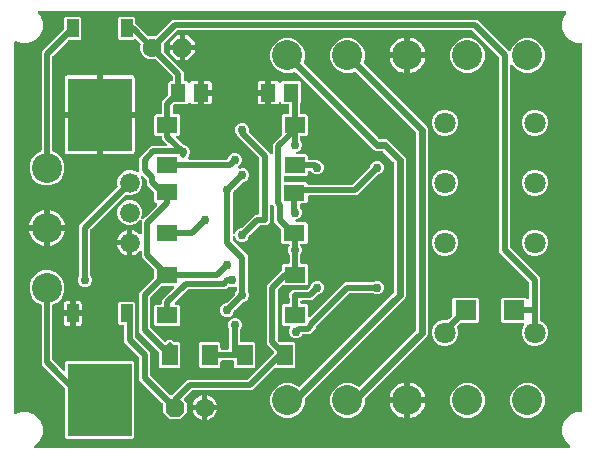
<source format=gbr>
G04 EAGLE Gerber X2 export*
%TF.Part,Single*%
%TF.FileFunction,Copper,L2,Bot,Mixed*%
%TF.FilePolarity,Positive*%
%TF.GenerationSoftware,Autodesk,EAGLE,8.7.0*%
%TF.CreationDate,2018-05-03T09:05:19Z*%
G75*
%MOMM*%
%FSLAX34Y34*%
%LPD*%
%AMOC8*
5,1,8,0,0,1.08239X$1,22.5*%
G01*
%ADD10P,1.732040X8X22.500000*%
%ADD11C,1.600200*%
%ADD12P,1.732040X8X202.500000*%
%ADD13R,1.300000X1.500000*%
%ADD14R,1.800000X1.400000*%
%ADD15C,1.676400*%
%ADD16C,2.540000*%
%ADD17R,1.400000X1.800000*%
%ADD18R,1.800000X1.700000*%
%ADD19C,1.800000*%
%ADD20R,5.400000X6.200000*%
%ADD21R,1.000000X1.600000*%
%ADD22C,0.508000*%
%ADD23C,0.756400*%
%ADD24C,0.609600*%

G36*
X549663Y86370D02*
X549663Y86370D01*
X549732Y86368D01*
X549820Y86389D01*
X549909Y86401D01*
X549974Y86426D01*
X550042Y86443D01*
X550121Y86485D01*
X550204Y86518D01*
X550261Y86559D01*
X550323Y86591D01*
X550389Y86652D01*
X550462Y86704D01*
X550506Y86758D01*
X550558Y86805D01*
X550607Y86880D01*
X550664Y86949D01*
X550694Y87013D01*
X550733Y87071D01*
X550762Y87156D01*
X550800Y87237D01*
X550813Y87306D01*
X550836Y87372D01*
X550843Y87462D01*
X550860Y87549D01*
X550855Y87619D01*
X550861Y87689D01*
X550846Y87778D01*
X550840Y87867D01*
X550818Y87933D01*
X550806Y88002D01*
X550770Y88084D01*
X550742Y88169D01*
X550705Y88229D01*
X550676Y88292D01*
X550620Y88362D01*
X550572Y88438D01*
X550521Y88486D01*
X550477Y88541D01*
X550406Y88595D01*
X550340Y88656D01*
X550279Y88690D01*
X550242Y88718D01*
X545947Y93012D01*
X543639Y98584D01*
X543639Y104616D01*
X545947Y110188D01*
X550212Y114453D01*
X555784Y116761D01*
X559870Y116761D01*
X559988Y116776D01*
X560107Y116783D01*
X560145Y116796D01*
X560186Y116801D01*
X560296Y116844D01*
X560409Y116881D01*
X560444Y116903D01*
X560481Y116918D01*
X560577Y116987D01*
X560678Y117051D01*
X560706Y117081D01*
X560739Y117104D01*
X560815Y117196D01*
X560896Y117283D01*
X560916Y117318D01*
X560941Y117349D01*
X560992Y117457D01*
X561050Y117561D01*
X561060Y117601D01*
X561077Y117637D01*
X561099Y117754D01*
X561129Y117869D01*
X561133Y117929D01*
X561137Y117949D01*
X561135Y117970D01*
X561139Y118030D01*
X561139Y428070D01*
X561124Y428188D01*
X561117Y428307D01*
X561104Y428345D01*
X561099Y428386D01*
X561056Y428496D01*
X561019Y428609D01*
X560997Y428644D01*
X560982Y428681D01*
X560913Y428777D01*
X560849Y428878D01*
X560819Y428906D01*
X560796Y428939D01*
X560704Y429015D01*
X560617Y429096D01*
X560582Y429116D01*
X560551Y429141D01*
X560443Y429192D01*
X560339Y429250D01*
X560299Y429260D01*
X560263Y429277D01*
X560146Y429299D01*
X560031Y429329D01*
X559971Y429333D01*
X559951Y429337D01*
X559930Y429335D01*
X559870Y429339D01*
X555784Y429339D01*
X550212Y431647D01*
X545947Y435912D01*
X543639Y441484D01*
X543639Y447516D01*
X545947Y453088D01*
X547132Y454273D01*
X547217Y454382D01*
X547306Y454489D01*
X547315Y454508D01*
X547327Y454524D01*
X547382Y454651D01*
X547441Y454777D01*
X547445Y454797D01*
X547453Y454816D01*
X547475Y454954D01*
X547501Y455090D01*
X547500Y455110D01*
X547503Y455130D01*
X547490Y455269D01*
X547481Y455407D01*
X547475Y455426D01*
X547473Y455446D01*
X547426Y455578D01*
X547383Y455709D01*
X547373Y455727D01*
X547366Y455746D01*
X547288Y455861D01*
X547213Y455978D01*
X547198Y455992D01*
X547187Y456009D01*
X547083Y456101D01*
X546982Y456196D01*
X546964Y456206D01*
X546949Y456219D01*
X546825Y456283D01*
X546703Y456350D01*
X546684Y456355D01*
X546665Y456364D01*
X546530Y456394D01*
X546395Y456429D01*
X546367Y456431D01*
X546355Y456434D01*
X546335Y456433D01*
X546235Y456439D01*
X101465Y456439D01*
X101327Y456422D01*
X101189Y456409D01*
X101170Y456402D01*
X101150Y456399D01*
X101021Y456348D01*
X100890Y456301D01*
X100873Y456290D01*
X100854Y456282D01*
X100742Y456201D01*
X100627Y456123D01*
X100613Y456107D01*
X100597Y456096D01*
X100508Y455988D01*
X100416Y455884D01*
X100407Y455866D01*
X100394Y455851D01*
X100335Y455725D01*
X100272Y455601D01*
X100267Y455581D01*
X100259Y455563D01*
X100232Y455426D01*
X100202Y455291D01*
X100203Y455270D01*
X100199Y455251D01*
X100207Y455112D01*
X100212Y454973D01*
X100217Y454953D01*
X100219Y454933D01*
X100261Y454801D01*
X100300Y454667D01*
X100310Y454650D01*
X100317Y454631D01*
X100391Y454513D01*
X100462Y454393D01*
X100480Y454372D01*
X100487Y454362D01*
X100502Y454348D01*
X100568Y454273D01*
X101753Y453088D01*
X104061Y447516D01*
X104061Y441484D01*
X101753Y435912D01*
X97488Y431647D01*
X91916Y429339D01*
X85884Y429339D01*
X81766Y431045D01*
X81718Y431058D01*
X81673Y431080D01*
X81565Y431100D01*
X81459Y431129D01*
X81409Y431130D01*
X81360Y431139D01*
X81251Y431133D01*
X81141Y431134D01*
X81093Y431123D01*
X81043Y431120D01*
X80939Y431086D01*
X80832Y431060D01*
X80788Y431037D01*
X80741Y431022D01*
X80648Y430963D01*
X80551Y430911D01*
X80514Y430878D01*
X80472Y430851D01*
X80397Y430771D01*
X80315Y430697D01*
X80288Y430656D01*
X80254Y430620D01*
X80201Y430524D01*
X80141Y430432D01*
X80124Y430385D01*
X80100Y430341D01*
X80073Y430235D01*
X80037Y430131D01*
X80033Y430081D01*
X80021Y430033D01*
X80011Y429873D01*
X80011Y116227D01*
X80017Y116178D01*
X80015Y116128D01*
X80037Y116021D01*
X80051Y115912D01*
X80069Y115866D01*
X80079Y115817D01*
X80127Y115718D01*
X80168Y115616D01*
X80197Y115576D01*
X80219Y115531D01*
X80290Y115448D01*
X80354Y115359D01*
X80393Y115327D01*
X80425Y115289D01*
X80515Y115226D01*
X80599Y115156D01*
X80644Y115135D01*
X80685Y115106D01*
X80788Y115067D01*
X80887Y115020D01*
X80936Y115011D01*
X80982Y114993D01*
X81092Y114981D01*
X81199Y114961D01*
X81249Y114964D01*
X81298Y114958D01*
X81407Y114974D01*
X81517Y114980D01*
X81564Y114996D01*
X81613Y115003D01*
X81766Y115055D01*
X85884Y116761D01*
X91916Y116761D01*
X97488Y114453D01*
X101753Y110188D01*
X104061Y104616D01*
X104061Y98584D01*
X101753Y93012D01*
X97449Y88708D01*
X97423Y88690D01*
X97345Y88645D01*
X97295Y88597D01*
X97238Y88556D01*
X97181Y88486D01*
X97117Y88424D01*
X97080Y88365D01*
X97036Y88311D01*
X96997Y88229D01*
X96950Y88153D01*
X96930Y88086D01*
X96900Y88023D01*
X96883Y87935D01*
X96857Y87849D01*
X96853Y87779D01*
X96840Y87710D01*
X96846Y87621D01*
X96842Y87531D01*
X96856Y87463D01*
X96860Y87393D01*
X96888Y87308D01*
X96906Y87220D01*
X96936Y87157D01*
X96958Y87091D01*
X97006Y87015D01*
X97045Y86934D01*
X97091Y86881D01*
X97128Y86822D01*
X97194Y86760D01*
X97252Y86692D01*
X97309Y86652D01*
X97360Y86604D01*
X97438Y86561D01*
X97512Y86509D01*
X97577Y86484D01*
X97638Y86450D01*
X97725Y86428D01*
X97809Y86396D01*
X97879Y86388D01*
X97946Y86371D01*
X98107Y86361D01*
X549593Y86361D01*
X549663Y86370D01*
G37*
%LPC*%
G36*
X211744Y110616D02*
X211744Y110616D01*
X205866Y116494D01*
X205866Y123691D01*
X205854Y123789D01*
X205851Y123888D01*
X205834Y123947D01*
X205826Y124007D01*
X205790Y124099D01*
X205762Y124194D01*
X205732Y124246D01*
X205709Y124302D01*
X205651Y124382D01*
X205601Y124468D01*
X205535Y124543D01*
X205523Y124560D01*
X205513Y124568D01*
X205495Y124589D01*
X185927Y144156D01*
X185927Y162680D01*
X185915Y162778D01*
X185912Y162877D01*
X185895Y162936D01*
X185887Y162996D01*
X185851Y163088D01*
X185823Y163183D01*
X185793Y163235D01*
X185770Y163291D01*
X185712Y163371D01*
X185662Y163457D01*
X185596Y163532D01*
X185584Y163549D01*
X185574Y163557D01*
X185556Y163578D01*
X173227Y175906D01*
X173227Y189098D01*
X173212Y189216D01*
X173205Y189335D01*
X173192Y189373D01*
X173187Y189414D01*
X173144Y189524D01*
X173107Y189637D01*
X173085Y189672D01*
X173070Y189709D01*
X173001Y189805D01*
X172937Y189906D01*
X172907Y189934D01*
X172884Y189967D01*
X172792Y190043D01*
X172705Y190124D01*
X172670Y190144D01*
X172639Y190169D01*
X172531Y190220D01*
X172427Y190278D01*
X172387Y190288D01*
X172351Y190305D01*
X172234Y190327D01*
X172119Y190357D01*
X172059Y190361D01*
X172039Y190365D01*
X172018Y190363D01*
X171958Y190367D01*
X169358Y190367D01*
X168167Y191558D01*
X168167Y209242D01*
X169358Y210433D01*
X181042Y210433D01*
X182233Y209242D01*
X182233Y200360D01*
X182245Y200262D01*
X182248Y200163D01*
X182265Y200104D01*
X182273Y200044D01*
X182309Y199952D01*
X182337Y199857D01*
X182367Y199805D01*
X182373Y199791D01*
X182373Y180220D01*
X182385Y180122D01*
X182388Y180023D01*
X182405Y179964D01*
X182413Y179904D01*
X182449Y179812D01*
X182477Y179717D01*
X182507Y179665D01*
X182530Y179609D01*
X182588Y179529D01*
X182638Y179443D01*
X182704Y179368D01*
X182716Y179351D01*
X182726Y179343D01*
X182744Y179322D01*
X195073Y166994D01*
X195073Y148470D01*
X195085Y148372D01*
X195088Y148273D01*
X195105Y148214D01*
X195113Y148154D01*
X195149Y148062D01*
X195177Y147967D01*
X195207Y147915D01*
X195230Y147859D01*
X195288Y147779D01*
X195338Y147693D01*
X195404Y147618D01*
X195416Y147601D01*
X195426Y147593D01*
X195444Y147572D01*
X211828Y131189D01*
X211922Y131116D01*
X212011Y131038D01*
X212047Y131019D01*
X212079Y130994D01*
X212188Y130947D01*
X212294Y130893D01*
X212333Y130884D01*
X212371Y130868D01*
X212488Y130849D01*
X212604Y130823D01*
X212645Y130825D01*
X212685Y130818D01*
X212803Y130829D01*
X212922Y130833D01*
X212961Y130844D01*
X213001Y130848D01*
X213113Y130888D01*
X213228Y130921D01*
X213263Y130942D01*
X213301Y130956D01*
X213399Y131022D01*
X213502Y131083D01*
X213547Y131123D01*
X213564Y131134D01*
X213577Y131150D01*
X213623Y131189D01*
X214377Y131944D01*
X214378Y131944D01*
X226706Y144273D01*
X276980Y144273D01*
X277078Y144285D01*
X277177Y144288D01*
X277236Y144305D01*
X277296Y144313D01*
X277388Y144349D01*
X277483Y144377D01*
X277535Y144407D01*
X277591Y144430D01*
X277671Y144488D01*
X277757Y144538D01*
X277832Y144604D01*
X277849Y144616D01*
X277857Y144626D01*
X277878Y144644D01*
X299586Y166353D01*
X299659Y166447D01*
X299737Y166536D01*
X299756Y166572D01*
X299781Y166604D01*
X299828Y166713D01*
X299882Y166819D01*
X299891Y166858D01*
X299907Y166896D01*
X299926Y167013D01*
X299952Y167129D01*
X299950Y167170D01*
X299957Y167210D01*
X299946Y167328D01*
X299942Y167447D01*
X299931Y167486D01*
X299927Y167526D01*
X299887Y167639D01*
X299854Y167753D01*
X299833Y167788D01*
X299819Y167826D01*
X299752Y167924D01*
X299692Y168027D01*
X299652Y168072D01*
X299641Y168089D01*
X299626Y168102D01*
X299586Y168148D01*
X293877Y173856D01*
X293877Y224144D01*
X296928Y227194D01*
X306299Y236565D01*
X306359Y236644D01*
X306427Y236716D01*
X306456Y236769D01*
X306494Y236817D01*
X306533Y236908D01*
X306581Y236994D01*
X306596Y237053D01*
X306620Y237109D01*
X306636Y237207D01*
X306660Y237302D01*
X306667Y237402D01*
X306670Y237423D01*
X306669Y237435D01*
X306670Y237463D01*
X306670Y240945D01*
X307861Y242136D01*
X311861Y242136D01*
X311979Y242151D01*
X312098Y242158D01*
X312137Y242171D01*
X312177Y242176D01*
X312287Y242220D01*
X312401Y242256D01*
X312435Y242278D01*
X312472Y242293D01*
X312569Y242363D01*
X312669Y242426D01*
X312697Y242456D01*
X312730Y242480D01*
X312806Y242571D01*
X312887Y242658D01*
X312907Y242693D01*
X312933Y242725D01*
X312983Y242832D01*
X313041Y242937D01*
X313051Y242976D01*
X313068Y243012D01*
X313090Y243129D01*
X313120Y243244D01*
X313124Y243305D01*
X313128Y243325D01*
X313127Y243345D01*
X313130Y243405D01*
X313130Y249824D01*
X313118Y249922D01*
X313115Y250021D01*
X313098Y250079D01*
X313091Y250139D01*
X313054Y250231D01*
X313027Y250326D01*
X312996Y250379D01*
X312974Y250435D01*
X312915Y250515D01*
X312865Y250600D01*
X312799Y250676D01*
X312787Y250692D01*
X312777Y250700D01*
X312775Y250702D01*
X311888Y252843D01*
X311888Y255157D01*
X312778Y257303D01*
X312819Y257357D01*
X312887Y257429D01*
X312916Y257482D01*
X312954Y257530D01*
X312993Y257621D01*
X313041Y257708D01*
X313056Y257766D01*
X313080Y257822D01*
X313096Y257920D01*
X313120Y258016D01*
X313127Y258116D01*
X313130Y258136D01*
X313129Y258148D01*
X313130Y258176D01*
X313130Y258245D01*
X313116Y258363D01*
X313108Y258482D01*
X313096Y258520D01*
X313091Y258560D01*
X313047Y258671D01*
X313010Y258784D01*
X312988Y258818D01*
X312974Y258856D01*
X312904Y258952D01*
X312840Y259053D01*
X312810Y259081D01*
X312787Y259113D01*
X312695Y259189D01*
X312608Y259271D01*
X312573Y259290D01*
X312542Y259316D01*
X312434Y259367D01*
X312330Y259424D01*
X312291Y259435D01*
X312254Y259452D01*
X312137Y259474D01*
X312022Y259504D01*
X311962Y259508D01*
X311942Y259512D01*
X311921Y259510D01*
X311861Y259514D01*
X307455Y259514D01*
X306264Y260705D01*
X306264Y270943D01*
X306252Y271042D01*
X306249Y271141D01*
X306232Y271199D01*
X306224Y271259D01*
X306188Y271351D01*
X306160Y271446D01*
X306130Y271498D01*
X306107Y271555D01*
X306049Y271635D01*
X305999Y271720D01*
X305932Y271795D01*
X305920Y271812D01*
X305911Y271820D01*
X305892Y271841D01*
X303278Y274456D01*
X300227Y277506D01*
X300227Y290158D01*
X300215Y290256D01*
X300212Y290355D01*
X300195Y290413D01*
X300187Y290474D01*
X300151Y290565D01*
X300123Y290661D01*
X300093Y290713D01*
X300070Y290769D01*
X300012Y290849D01*
X299962Y290935D01*
X299896Y291010D01*
X299884Y291027D01*
X299874Y291034D01*
X299856Y291055D01*
X298839Y292072D01*
X298730Y292156D01*
X298623Y292245D01*
X298604Y292254D01*
X298588Y292266D01*
X298461Y292322D01*
X298335Y292381D01*
X298315Y292385D01*
X298296Y292393D01*
X298158Y292415D01*
X298022Y292441D01*
X298002Y292439D01*
X297982Y292443D01*
X297843Y292430D01*
X297705Y292421D01*
X297686Y292415D01*
X297666Y292413D01*
X297534Y292366D01*
X297403Y292323D01*
X297385Y292312D01*
X297366Y292305D01*
X297251Y292227D01*
X297134Y292153D01*
X297120Y292138D01*
X297103Y292127D01*
X297011Y292023D01*
X296916Y291921D01*
X296906Y291903D01*
X296893Y291888D01*
X296830Y291765D01*
X296762Y291643D01*
X296757Y291623D01*
X296748Y291605D01*
X296718Y291469D01*
X296683Y291335D01*
X296681Y291307D01*
X296678Y291295D01*
X296679Y291274D01*
X296673Y291174D01*
X296673Y277506D01*
X293994Y274827D01*
X288170Y274827D01*
X288072Y274815D01*
X287973Y274812D01*
X287914Y274795D01*
X287854Y274787D01*
X287762Y274751D01*
X287667Y274723D01*
X287615Y274693D01*
X287559Y274670D01*
X287479Y274612D01*
X287393Y274562D01*
X287318Y274496D01*
X287301Y274484D01*
X287293Y274474D01*
X287272Y274456D01*
X279236Y266420D01*
X279176Y266341D01*
X279108Y266269D01*
X279079Y266216D01*
X279042Y266168D01*
X279002Y266077D01*
X278954Y265991D01*
X278939Y265932D01*
X278915Y265877D01*
X278900Y265779D01*
X278875Y265683D01*
X278869Y265583D01*
X278865Y265562D01*
X278867Y265550D01*
X278866Y265547D01*
X277980Y263406D01*
X276344Y261770D01*
X274207Y260885D01*
X271893Y260885D01*
X269756Y261770D01*
X268120Y263406D01*
X267365Y265231D01*
X267330Y265292D01*
X267304Y265357D01*
X267252Y265429D01*
X267207Y265507D01*
X267159Y265558D01*
X267118Y265614D01*
X267048Y265671D01*
X266986Y265736D01*
X266926Y265772D01*
X266873Y265817D01*
X266791Y265855D01*
X266715Y265902D01*
X266648Y265923D01*
X266585Y265952D01*
X266497Y265969D01*
X266411Y265996D01*
X266341Y265999D01*
X266272Y266012D01*
X266183Y266007D01*
X266093Y266011D01*
X266025Y265997D01*
X265955Y265992D01*
X265870Y265965D01*
X265782Y265947D01*
X265719Y265916D01*
X265653Y265894D01*
X265577Y265846D01*
X265496Y265807D01*
X265443Y265762D01*
X265384Y265724D01*
X265322Y265659D01*
X265254Y265600D01*
X265214Y265543D01*
X265166Y265493D01*
X265123Y265414D01*
X265071Y265340D01*
X265046Y265275D01*
X265012Y265214D01*
X264990Y265127D01*
X264958Y265043D01*
X264950Y264974D01*
X264933Y264906D01*
X264923Y264745D01*
X264923Y262770D01*
X264935Y262672D01*
X264938Y262573D01*
X264955Y262514D01*
X264963Y262454D01*
X264999Y262362D01*
X265027Y262267D01*
X265057Y262215D01*
X265080Y262159D01*
X265138Y262079D01*
X265188Y261993D01*
X265254Y261918D01*
X265266Y261901D01*
X265276Y261893D01*
X265294Y261872D01*
X277623Y249544D01*
X277623Y220076D01*
X277635Y219978D01*
X277638Y219879D01*
X277655Y219821D01*
X277663Y219761D01*
X277699Y219669D01*
X277727Y219573D01*
X277757Y219521D01*
X277780Y219465D01*
X277838Y219385D01*
X277888Y219300D01*
X277954Y219224D01*
X277966Y219208D01*
X277976Y219200D01*
X277978Y219198D01*
X278865Y217057D01*
X278865Y214743D01*
X277980Y212606D01*
X276344Y210970D01*
X274197Y210081D01*
X274130Y210073D01*
X274031Y210070D01*
X273972Y210053D01*
X273912Y210045D01*
X273820Y210009D01*
X273725Y209981D01*
X273673Y209951D01*
X273617Y209928D01*
X273536Y209870D01*
X273451Y209820D01*
X273376Y209754D01*
X273359Y209742D01*
X273351Y209732D01*
X273330Y209714D01*
X266536Y202920D01*
X266476Y202841D01*
X266408Y202769D01*
X266379Y202716D01*
X266342Y202668D01*
X266302Y202577D01*
X266254Y202491D01*
X266239Y202432D01*
X266215Y202377D01*
X266200Y202279D01*
X266175Y202183D01*
X266169Y202083D01*
X266165Y202062D01*
X266167Y202050D01*
X266166Y202047D01*
X265280Y199906D01*
X263474Y198101D01*
X263431Y198045D01*
X263381Y197997D01*
X263334Y197920D01*
X263279Y197849D01*
X263251Y197785D01*
X263215Y197726D01*
X263191Y197649D01*
X263190Y197650D01*
X263110Y197691D01*
X263042Y197706D01*
X262976Y197731D01*
X262887Y197741D01*
X262799Y197760D01*
X262730Y197758D01*
X262660Y197766D01*
X262571Y197754D01*
X262481Y197751D01*
X262414Y197731D01*
X262345Y197722D01*
X262193Y197670D01*
X261507Y197385D01*
X259193Y197385D01*
X257056Y198270D01*
X255420Y199906D01*
X254535Y202043D01*
X254535Y204357D01*
X255420Y206494D01*
X257056Y208130D01*
X259203Y209019D01*
X259270Y209027D01*
X259369Y209030D01*
X259428Y209047D01*
X259488Y209055D01*
X259580Y209091D01*
X259675Y209119D01*
X259727Y209149D01*
X259783Y209172D01*
X259863Y209230D01*
X259949Y209280D01*
X260024Y209346D01*
X260041Y209358D01*
X260049Y209368D01*
X260070Y209386D01*
X266864Y216180D01*
X266924Y216259D01*
X266992Y216331D01*
X267021Y216384D01*
X267058Y216432D01*
X267098Y216523D01*
X267146Y216609D01*
X267161Y216668D01*
X267185Y216723D01*
X267200Y216821D01*
X267225Y216917D01*
X267230Y217001D01*
X267233Y217013D01*
X267232Y217022D01*
X267235Y217038D01*
X267233Y217050D01*
X267234Y217053D01*
X268124Y219203D01*
X268166Y219257D01*
X268234Y219329D01*
X268263Y219382D01*
X268300Y219430D01*
X268340Y219521D01*
X268388Y219608D01*
X268403Y219666D01*
X268427Y219722D01*
X268442Y219820D01*
X268467Y219916D01*
X268473Y220016D01*
X268477Y220036D01*
X268475Y220048D01*
X268477Y220076D01*
X268477Y221973D01*
X268471Y222022D01*
X268473Y222072D01*
X268451Y222179D01*
X268437Y222288D01*
X268419Y222335D01*
X268409Y222383D01*
X268361Y222482D01*
X268320Y222584D01*
X268291Y222624D01*
X268269Y222669D01*
X268198Y222753D01*
X268134Y222841D01*
X268095Y222873D01*
X268063Y222911D01*
X267973Y222974D01*
X267889Y223044D01*
X267844Y223065D01*
X267803Y223094D01*
X267700Y223133D01*
X267601Y223180D01*
X267552Y223189D01*
X267506Y223207D01*
X267396Y223219D01*
X267289Y223240D01*
X267239Y223236D01*
X267190Y223242D01*
X267081Y223227D01*
X266971Y223220D01*
X266924Y223205D01*
X266875Y223198D01*
X266722Y223146D01*
X265853Y222785D01*
X263539Y222785D01*
X262529Y223204D01*
X262500Y223212D01*
X262474Y223225D01*
X262347Y223254D01*
X262222Y223288D01*
X262193Y223288D01*
X262164Y223295D01*
X262034Y223291D01*
X261904Y223293D01*
X261875Y223286D01*
X261846Y223285D01*
X261721Y223249D01*
X261595Y223219D01*
X261569Y223205D01*
X261540Y223197D01*
X261429Y223131D01*
X261314Y223070D01*
X261292Y223050D01*
X261266Y223035D01*
X261146Y222929D01*
X259229Y221012D01*
X228005Y221012D01*
X227906Y221000D01*
X227807Y220997D01*
X227749Y220980D01*
X227689Y220972D01*
X227597Y220936D01*
X227502Y220908D01*
X227450Y220877D01*
X227393Y220855D01*
X227313Y220797D01*
X227228Y220747D01*
X227153Y220680D01*
X227136Y220668D01*
X227128Y220659D01*
X227107Y220640D01*
X216363Y209896D01*
X216278Y209786D01*
X216189Y209679D01*
X216181Y209661D01*
X216168Y209645D01*
X216113Y209517D01*
X216054Y209392D01*
X216050Y209372D01*
X216042Y209353D01*
X216020Y209215D01*
X215994Y209079D01*
X215995Y209059D01*
X215992Y209039D01*
X216005Y208900D01*
X216014Y208762D01*
X216020Y208743D01*
X216022Y208722D01*
X216069Y208591D01*
X216112Y208459D01*
X216122Y208442D01*
X216129Y208423D01*
X216208Y208308D01*
X216282Y208191D01*
X216297Y208177D01*
X216308Y208160D01*
X216412Y208068D01*
X216513Y207973D01*
X216531Y207963D01*
X216546Y207950D01*
X216670Y207886D01*
X216792Y207819D01*
X216812Y207814D01*
X216830Y207805D01*
X216965Y207774D01*
X217100Y207740D01*
X217128Y207738D01*
X217140Y207735D01*
X217160Y207736D01*
X217261Y207730D01*
X219595Y207730D01*
X220786Y206539D01*
X220786Y190855D01*
X219595Y189664D01*
X199911Y189664D01*
X198720Y190855D01*
X198720Y206539D01*
X199911Y207730D01*
X203911Y207730D01*
X204029Y207744D01*
X204148Y207752D01*
X204187Y207764D01*
X204227Y207769D01*
X204337Y207813D01*
X204451Y207850D01*
X204485Y207872D01*
X204522Y207886D01*
X204619Y207956D01*
X204719Y208020D01*
X204747Y208050D01*
X204780Y208073D01*
X204856Y208165D01*
X204937Y208252D01*
X204957Y208287D01*
X204983Y208318D01*
X205033Y208426D01*
X205091Y208530D01*
X205101Y208569D01*
X205118Y208606D01*
X205140Y208723D01*
X205170Y208838D01*
X205174Y208898D01*
X205178Y208918D01*
X205177Y208939D01*
X205180Y208999D01*
X205180Y211647D01*
X215031Y221497D01*
X215116Y221607D01*
X215204Y221714D01*
X215213Y221733D01*
X215225Y221749D01*
X215281Y221877D01*
X215340Y222002D01*
X215344Y222022D01*
X215352Y222040D01*
X215374Y222178D01*
X215400Y222314D01*
X215398Y222334D01*
X215402Y222355D01*
X215389Y222494D01*
X215380Y222632D01*
X215374Y222651D01*
X215372Y222671D01*
X215325Y222802D01*
X215282Y222934D01*
X215271Y222951D01*
X215264Y222970D01*
X215186Y223086D01*
X215112Y223203D01*
X215097Y223217D01*
X215086Y223234D01*
X214981Y223326D01*
X214880Y223421D01*
X214862Y223431D01*
X214847Y223444D01*
X214723Y223507D01*
X214602Y223574D01*
X214582Y223579D01*
X214564Y223589D01*
X214428Y223619D01*
X214294Y223654D01*
X214266Y223656D01*
X214254Y223658D01*
X214233Y223658D01*
X214133Y223664D01*
X205257Y223664D01*
X205158Y223652D01*
X205059Y223649D01*
X205001Y223632D01*
X204941Y223624D01*
X204849Y223588D01*
X204754Y223560D01*
X204702Y223529D01*
X204645Y223507D01*
X204565Y223449D01*
X204480Y223399D01*
X204405Y223332D01*
X204388Y223320D01*
X204380Y223311D01*
X204359Y223292D01*
X195444Y214378D01*
X195384Y214299D01*
X195316Y214227D01*
X195287Y214174D01*
X195250Y214126D01*
X195210Y214035D01*
X195162Y213949D01*
X195147Y213890D01*
X195123Y213835D01*
X195108Y213737D01*
X195083Y213641D01*
X195077Y213541D01*
X195073Y213520D01*
X195075Y213508D01*
X195073Y213480D01*
X195073Y188620D01*
X195085Y188522D01*
X195088Y188423D01*
X195105Y188364D01*
X195113Y188304D01*
X195149Y188212D01*
X195177Y188117D01*
X195207Y188065D01*
X195230Y188009D01*
X195288Y187929D01*
X195338Y187843D01*
X195404Y187768D01*
X195416Y187751D01*
X195426Y187743D01*
X195444Y187722D01*
X206503Y176664D01*
X206597Y176591D01*
X206686Y176513D01*
X206722Y176494D01*
X206754Y176469D01*
X206863Y176422D01*
X206969Y176368D01*
X207008Y176359D01*
X207046Y176343D01*
X207163Y176324D01*
X207279Y176298D01*
X207320Y176300D01*
X207360Y176293D01*
X207478Y176304D01*
X207597Y176308D01*
X207636Y176319D01*
X207676Y176323D01*
X207788Y176363D01*
X207903Y176396D01*
X207938Y176417D01*
X207976Y176431D01*
X208074Y176498D01*
X208177Y176558D01*
X208222Y176598D01*
X208239Y176609D01*
X208252Y176624D01*
X208298Y176664D01*
X209706Y178073D01*
X213494Y178073D01*
X215062Y176504D01*
X215141Y176444D01*
X215213Y176376D01*
X215266Y176347D01*
X215314Y176310D01*
X215405Y176270D01*
X215491Y176222D01*
X215550Y176207D01*
X215605Y176183D01*
X215703Y176168D01*
X215799Y176143D01*
X215899Y176137D01*
X215920Y176133D01*
X215932Y176135D01*
X215960Y176133D01*
X219442Y176133D01*
X220633Y174942D01*
X220633Y155258D01*
X219442Y154067D01*
X203758Y154067D01*
X202567Y155258D01*
X202567Y167140D01*
X202555Y167238D01*
X202552Y167337D01*
X202535Y167396D01*
X202527Y167456D01*
X202491Y167548D01*
X202463Y167643D01*
X202433Y167695D01*
X202410Y167751D01*
X202352Y167831D01*
X202302Y167917D01*
X202236Y167992D01*
X202224Y168009D01*
X202214Y168017D01*
X202196Y168038D01*
X185927Y184306D01*
X185927Y217794D01*
X198349Y230216D01*
X198409Y230294D01*
X198477Y230366D01*
X198506Y230419D01*
X198544Y230467D01*
X198583Y230558D01*
X198631Y230644D01*
X198646Y230703D01*
X198670Y230759D01*
X198686Y230857D01*
X198710Y230952D01*
X198717Y231052D01*
X198720Y231073D01*
X198719Y231085D01*
X198720Y231113D01*
X198720Y236737D01*
X198708Y236835D01*
X198705Y236934D01*
X198688Y236992D01*
X198681Y237053D01*
X198644Y237145D01*
X198617Y237240D01*
X198586Y237292D01*
X198564Y237348D01*
X198505Y237428D01*
X198455Y237514D01*
X198389Y237589D01*
X198377Y237606D01*
X198367Y237613D01*
X198349Y237634D01*
X188220Y247763D01*
X188220Y252259D01*
X188203Y252397D01*
X188190Y252535D01*
X188183Y252554D01*
X188180Y252574D01*
X188129Y252703D01*
X188082Y252834D01*
X188071Y252851D01*
X188063Y252870D01*
X187982Y252982D01*
X187903Y253098D01*
X187888Y253111D01*
X187876Y253127D01*
X187769Y253216D01*
X187665Y253308D01*
X187647Y253317D01*
X187631Y253330D01*
X187506Y253389D01*
X187382Y253453D01*
X187362Y253457D01*
X187344Y253466D01*
X187207Y253492D01*
X187071Y253522D01*
X187051Y253522D01*
X187031Y253526D01*
X186893Y253517D01*
X186754Y253513D01*
X186734Y253507D01*
X186714Y253506D01*
X186582Y253463D01*
X186448Y253424D01*
X186431Y253414D01*
X186411Y253408D01*
X186294Y253333D01*
X186174Y253263D01*
X186153Y253244D01*
X186143Y253238D01*
X186129Y253223D01*
X186053Y253156D01*
X184916Y252019D01*
X183525Y251008D01*
X181993Y250227D01*
X180358Y249696D01*
X179831Y249613D01*
X179831Y259588D01*
X179816Y259706D01*
X179809Y259825D01*
X179796Y259863D01*
X179791Y259903D01*
X179748Y260014D01*
X179711Y260127D01*
X179689Y260161D01*
X179674Y260199D01*
X179605Y260295D01*
X179571Y260347D01*
X179588Y260365D01*
X179608Y260400D01*
X179633Y260432D01*
X179684Y260539D01*
X179742Y260644D01*
X179752Y260683D01*
X179769Y260719D01*
X179791Y260836D01*
X179821Y260952D01*
X179825Y261012D01*
X179829Y261032D01*
X179827Y261052D01*
X179831Y261112D01*
X179831Y271087D01*
X180358Y271004D01*
X181993Y270473D01*
X183525Y269692D01*
X184916Y268681D01*
X186053Y267544D01*
X186163Y267459D01*
X186270Y267370D01*
X186289Y267361D01*
X186305Y267349D01*
X186432Y267294D01*
X186558Y267234D01*
X186578Y267230D01*
X186596Y267222D01*
X186734Y267200D01*
X186870Y267174D01*
X186890Y267176D01*
X186911Y267173D01*
X187050Y267186D01*
X187188Y267194D01*
X187207Y267200D01*
X187227Y267202D01*
X187358Y267250D01*
X187490Y267292D01*
X187507Y267303D01*
X187526Y267310D01*
X187641Y267388D01*
X187759Y267462D01*
X187773Y267477D01*
X187790Y267489D01*
X187881Y267593D01*
X187977Y267694D01*
X187987Y267712D01*
X188000Y267727D01*
X188063Y267851D01*
X188130Y267973D01*
X188135Y267992D01*
X188145Y268010D01*
X188175Y268146D01*
X188210Y268280D01*
X188212Y268309D01*
X188214Y268321D01*
X188214Y268341D01*
X188220Y268441D01*
X188220Y278377D01*
X188203Y278515D01*
X188190Y278654D01*
X188183Y278673D01*
X188180Y278693D01*
X188129Y278822D01*
X188082Y278953D01*
X188071Y278970D01*
X188063Y278988D01*
X187982Y279101D01*
X187903Y279216D01*
X187888Y279229D01*
X187876Y279246D01*
X187769Y279335D01*
X187665Y279426D01*
X187647Y279436D01*
X187631Y279449D01*
X187506Y279508D01*
X187382Y279571D01*
X187362Y279576D01*
X187344Y279584D01*
X187207Y279610D01*
X187072Y279641D01*
X187051Y279640D01*
X187031Y279644D01*
X186893Y279635D01*
X186754Y279631D01*
X186734Y279625D01*
X186714Y279624D01*
X186582Y279581D01*
X186448Y279543D01*
X186431Y279532D01*
X186411Y279526D01*
X186294Y279452D01*
X186174Y279381D01*
X186153Y279363D01*
X186143Y279356D01*
X186129Y279341D01*
X186053Y279275D01*
X183699Y276921D01*
X179872Y275335D01*
X175728Y275335D01*
X171901Y276921D01*
X168971Y279851D01*
X167385Y283678D01*
X167385Y287822D01*
X168971Y291649D01*
X171901Y294579D01*
X175728Y296165D01*
X179872Y296165D01*
X183699Y294579D01*
X186629Y291649D01*
X188215Y287822D01*
X188215Y283678D01*
X187346Y281580D01*
X187327Y281513D01*
X187299Y281449D01*
X187285Y281360D01*
X187262Y281273D01*
X187260Y281204D01*
X187250Y281135D01*
X187258Y281045D01*
X187257Y280955D01*
X187273Y280887D01*
X187279Y280818D01*
X187310Y280733D01*
X187331Y280646D01*
X187363Y280584D01*
X187387Y280519D01*
X187437Y280444D01*
X187479Y280365D01*
X187526Y280313D01*
X187566Y280255D01*
X187633Y280196D01*
X187693Y280130D01*
X187752Y280091D01*
X187804Y280045D01*
X187884Y280004D01*
X187959Y279955D01*
X188025Y279932D01*
X188087Y279900D01*
X188175Y279881D01*
X188260Y279852D01*
X188330Y279846D01*
X188398Y279831D01*
X188487Y279833D01*
X188577Y279826D01*
X188646Y279838D01*
X188715Y279840D01*
X188802Y279865D01*
X188890Y279881D01*
X188954Y279909D01*
X189021Y279929D01*
X189098Y279974D01*
X189180Y280011D01*
X189235Y280055D01*
X189295Y280090D01*
X189416Y280197D01*
X191271Y282052D01*
X200769Y291551D01*
X200855Y291660D01*
X200943Y291767D01*
X200952Y291786D01*
X200964Y291802D01*
X201020Y291930D01*
X201079Y292055D01*
X201083Y292075D01*
X201091Y292094D01*
X201113Y292232D01*
X201139Y292368D01*
X201137Y292388D01*
X201141Y292408D01*
X201127Y292547D01*
X201119Y292685D01*
X201113Y292704D01*
X201111Y292724D01*
X201064Y292856D01*
X201021Y292987D01*
X201010Y293005D01*
X201003Y293024D01*
X200925Y293139D01*
X200851Y293256D01*
X200836Y293270D01*
X200825Y293287D01*
X200720Y293379D01*
X200619Y293474D01*
X200601Y293484D01*
X200586Y293497D01*
X200462Y293561D01*
X200341Y293628D01*
X200321Y293633D01*
X200303Y293642D01*
X200167Y293672D01*
X200033Y293707D01*
X200005Y293709D01*
X199993Y293712D01*
X199972Y293711D01*
X199872Y293717D01*
X199708Y293717D01*
X198517Y294908D01*
X198517Y302490D01*
X198505Y302588D01*
X198502Y302687D01*
X198485Y302746D01*
X198477Y302806D01*
X198441Y302898D01*
X198413Y302993D01*
X198383Y303045D01*
X198360Y303101D01*
X198302Y303182D01*
X198252Y303267D01*
X198186Y303342D01*
X198174Y303359D01*
X198164Y303367D01*
X198146Y303388D01*
X192023Y309510D01*
X192023Y313570D01*
X192011Y313668D01*
X192008Y313767D01*
X192001Y313790D01*
X192001Y313793D01*
X191994Y313814D01*
X191991Y313825D01*
X191983Y313885D01*
X191947Y313977D01*
X191919Y314073D01*
X191889Y314125D01*
X191866Y314181D01*
X191808Y314261D01*
X191758Y314347D01*
X191692Y314422D01*
X191680Y314438D01*
X191670Y314446D01*
X191652Y314467D01*
X189416Y316703D01*
X189360Y316746D01*
X189312Y316796D01*
X189235Y316843D01*
X189164Y316898D01*
X189100Y316926D01*
X189041Y316962D01*
X188955Y316989D01*
X188873Y317025D01*
X188804Y317035D01*
X188737Y317056D01*
X188647Y317060D01*
X188558Y317074D01*
X188489Y317068D01*
X188419Y317071D01*
X188331Y317053D01*
X188242Y317045D01*
X188176Y317021D01*
X188108Y317007D01*
X188027Y316967D01*
X187943Y316937D01*
X187885Y316898D01*
X187822Y316867D01*
X187754Y316809D01*
X187679Y316758D01*
X187633Y316706D01*
X187580Y316661D01*
X187528Y316587D01*
X187469Y316520D01*
X187437Y316458D01*
X187397Y316401D01*
X187365Y316317D01*
X187324Y316237D01*
X187309Y316169D01*
X187284Y316103D01*
X187274Y316014D01*
X187255Y315926D01*
X187257Y315857D01*
X187249Y315787D01*
X187262Y315698D01*
X187264Y315609D01*
X187284Y315541D01*
X187293Y315472D01*
X187346Y315320D01*
X188215Y313222D01*
X188215Y309078D01*
X186629Y305251D01*
X183699Y302321D01*
X179872Y300735D01*
X175728Y300735D01*
X175185Y300960D01*
X175157Y300968D01*
X175130Y300981D01*
X175004Y301010D01*
X174878Y301044D01*
X174849Y301045D01*
X174820Y301051D01*
X174690Y301047D01*
X174560Y301049D01*
X174532Y301042D01*
X174502Y301041D01*
X174378Y301005D01*
X174251Y300975D01*
X174225Y300961D01*
X174197Y300953D01*
X174085Y300887D01*
X173970Y300826D01*
X173948Y300807D01*
X173923Y300792D01*
X173802Y300685D01*
X144644Y271528D01*
X144584Y271449D01*
X144516Y271377D01*
X144487Y271324D01*
X144450Y271276D01*
X144410Y271185D01*
X144362Y271099D01*
X144347Y271040D01*
X144323Y270985D01*
X144308Y270887D01*
X144283Y270791D01*
X144277Y270691D01*
X144273Y270670D01*
X144275Y270658D01*
X144273Y270630D01*
X144273Y232776D01*
X144285Y232678D01*
X144288Y232579D01*
X144305Y232521D01*
X144313Y232461D01*
X144349Y232369D01*
X144377Y232274D01*
X144407Y232221D01*
X144430Y232165D01*
X144488Y232085D01*
X144538Y232000D01*
X144604Y231924D01*
X144616Y231908D01*
X144626Y231900D01*
X144628Y231898D01*
X145515Y229757D01*
X145515Y227443D01*
X144630Y225306D01*
X142994Y223670D01*
X140857Y222785D01*
X138543Y222785D01*
X136406Y223670D01*
X134770Y225306D01*
X133885Y227443D01*
X133885Y229757D01*
X134774Y231903D01*
X134816Y231957D01*
X134884Y232029D01*
X134913Y232082D01*
X134950Y232130D01*
X134990Y232221D01*
X135038Y232308D01*
X135053Y232366D01*
X135077Y232422D01*
X135092Y232520D01*
X135117Y232616D01*
X135123Y232716D01*
X135127Y232736D01*
X135125Y232748D01*
X135127Y232776D01*
X135127Y274944D01*
X167335Y307152D01*
X167353Y307175D01*
X167376Y307194D01*
X167450Y307300D01*
X167530Y307403D01*
X167542Y307430D01*
X167559Y307454D01*
X167605Y307576D01*
X167656Y307695D01*
X167661Y307724D01*
X167672Y307752D01*
X167686Y307881D01*
X167706Y308009D01*
X167703Y308039D01*
X167707Y308068D01*
X167689Y308196D01*
X167676Y308326D01*
X167666Y308354D01*
X167662Y308383D01*
X167610Y308535D01*
X167385Y309078D01*
X167385Y313222D01*
X168971Y317049D01*
X171901Y319979D01*
X175728Y321565D01*
X179872Y321565D01*
X183699Y319979D01*
X183760Y319918D01*
X183870Y319833D01*
X183977Y319744D01*
X183996Y319736D01*
X184012Y319723D01*
X184139Y319668D01*
X184265Y319609D01*
X184285Y319605D01*
X184304Y319597D01*
X184441Y319575D01*
X184578Y319549D01*
X184598Y319550D01*
X184618Y319547D01*
X184756Y319560D01*
X184895Y319569D01*
X184914Y319575D01*
X184934Y319577D01*
X185065Y319624D01*
X185197Y319667D01*
X185215Y319678D01*
X185234Y319684D01*
X185349Y319762D01*
X185466Y319837D01*
X185480Y319852D01*
X185497Y319863D01*
X185589Y319967D01*
X185684Y320068D01*
X185694Y320086D01*
X185707Y320101D01*
X185770Y320225D01*
X185838Y320347D01*
X185843Y320367D01*
X185852Y320385D01*
X185882Y320520D01*
X185917Y320655D01*
X185919Y320683D01*
X185922Y320695D01*
X185921Y320715D01*
X185927Y320816D01*
X185927Y332094D01*
X195878Y342045D01*
X208096Y342045D01*
X208234Y342062D01*
X208373Y342075D01*
X208392Y342082D01*
X208412Y342085D01*
X208541Y342136D01*
X208672Y342183D01*
X208689Y342194D01*
X208708Y342202D01*
X208820Y342283D01*
X208935Y342361D01*
X208949Y342377D01*
X208965Y342388D01*
X209054Y342496D01*
X209146Y342600D01*
X209155Y342618D01*
X209168Y342633D01*
X209227Y342759D01*
X209290Y342883D01*
X209295Y342903D01*
X209303Y342921D01*
X209329Y343057D01*
X209360Y343193D01*
X209359Y343214D01*
X209363Y343233D01*
X209355Y343372D01*
X209350Y343511D01*
X209345Y343531D01*
X209343Y343551D01*
X209301Y343683D01*
X209262Y343817D01*
X209252Y343834D01*
X209245Y343853D01*
X209171Y343971D01*
X209100Y344091D01*
X209082Y344112D01*
X209075Y344122D01*
X209060Y344136D01*
X208994Y344211D01*
X208028Y345178D01*
X204977Y348228D01*
X204977Y349598D01*
X204962Y349716D01*
X204955Y349835D01*
X204942Y349873D01*
X204937Y349914D01*
X204894Y350024D01*
X204857Y350137D01*
X204835Y350172D01*
X204820Y350209D01*
X204751Y350305D01*
X204687Y350406D01*
X204657Y350434D01*
X204634Y350467D01*
X204542Y350543D01*
X204455Y350624D01*
X204420Y350644D01*
X204389Y350669D01*
X204281Y350720D01*
X204177Y350778D01*
X204137Y350788D01*
X204101Y350805D01*
X203984Y350827D01*
X203869Y350857D01*
X203809Y350861D01*
X203789Y350865D01*
X203768Y350863D01*
X203708Y350867D01*
X199708Y350867D01*
X198517Y352058D01*
X198517Y367742D01*
X199708Y368933D01*
X203708Y368933D01*
X203826Y368948D01*
X203945Y368955D01*
X203983Y368968D01*
X204024Y368973D01*
X204134Y369016D01*
X204247Y369053D01*
X204282Y369075D01*
X204319Y369090D01*
X204415Y369159D01*
X204516Y369223D01*
X204544Y369253D01*
X204577Y369276D01*
X204653Y369368D01*
X204734Y369455D01*
X204754Y369490D01*
X204779Y369521D01*
X204830Y369629D01*
X204888Y369733D01*
X204898Y369773D01*
X204915Y369809D01*
X204937Y369926D01*
X204967Y370041D01*
X204971Y370101D01*
X204975Y370121D01*
X204973Y370142D01*
X204977Y370202D01*
X204977Y379694D01*
X210196Y384912D01*
X210256Y384991D01*
X210324Y385063D01*
X210353Y385116D01*
X210390Y385164D01*
X210430Y385255D01*
X210478Y385341D01*
X210493Y385400D01*
X210517Y385455D01*
X210532Y385553D01*
X210557Y385649D01*
X210563Y385749D01*
X210567Y385770D01*
X210565Y385782D01*
X210567Y385810D01*
X210567Y395692D01*
X211758Y396883D01*
X213258Y396883D01*
X213376Y396898D01*
X213495Y396905D01*
X213533Y396918D01*
X213574Y396923D01*
X213684Y396966D01*
X213797Y397003D01*
X213832Y397025D01*
X213869Y397040D01*
X213965Y397109D01*
X214066Y397173D01*
X214094Y397203D01*
X214127Y397226D01*
X214203Y397318D01*
X214284Y397405D01*
X214304Y397440D01*
X214329Y397471D01*
X214380Y397579D01*
X214438Y397683D01*
X214448Y397723D01*
X214465Y397759D01*
X214487Y397876D01*
X214517Y397991D01*
X214521Y398051D01*
X214525Y398071D01*
X214523Y398092D01*
X214527Y398152D01*
X214527Y400780D01*
X214515Y400878D01*
X214512Y400977D01*
X214495Y401036D01*
X214487Y401096D01*
X214451Y401188D01*
X214423Y401283D01*
X214393Y401335D01*
X214370Y401391D01*
X214312Y401471D01*
X214262Y401557D01*
X214196Y401632D01*
X214184Y401649D01*
X214174Y401657D01*
X214156Y401678D01*
X200556Y415277D01*
X200533Y415295D01*
X200514Y415317D01*
X200408Y415392D01*
X200305Y415472D01*
X200278Y415483D01*
X200254Y415500D01*
X200133Y415546D01*
X200013Y415598D01*
X199984Y415603D01*
X199957Y415613D01*
X199828Y415628D01*
X199699Y415648D01*
X199670Y415645D01*
X199640Y415648D01*
X199512Y415630D01*
X199383Y415618D01*
X199355Y415608D01*
X199326Y415604D01*
X199173Y415552D01*
X198846Y415416D01*
X194854Y415416D01*
X191166Y416944D01*
X188344Y419766D01*
X186816Y423454D01*
X186816Y427446D01*
X186952Y427773D01*
X186960Y427802D01*
X186973Y427828D01*
X187002Y427955D01*
X187036Y428080D01*
X187036Y428109D01*
X187043Y428138D01*
X187039Y428268D01*
X187041Y428398D01*
X187034Y428427D01*
X187033Y428456D01*
X186997Y428581D01*
X186967Y428707D01*
X186953Y428733D01*
X186945Y428762D01*
X186879Y428873D01*
X186818Y428988D01*
X186798Y429010D01*
X186783Y429036D01*
X186677Y429156D01*
X183501Y432332D01*
X183407Y432405D01*
X183318Y432484D01*
X183282Y432502D01*
X183250Y432527D01*
X183141Y432574D01*
X183035Y432628D01*
X182996Y432637D01*
X182958Y432653D01*
X182840Y432672D01*
X182725Y432698D01*
X182684Y432697D01*
X182644Y432703D01*
X182526Y432692D01*
X182407Y432688D01*
X182368Y432677D01*
X182328Y432673D01*
X182216Y432633D01*
X182101Y432600D01*
X182066Y432579D01*
X182028Y432565D01*
X181930Y432499D01*
X181827Y432438D01*
X181782Y432398D01*
X181765Y432387D01*
X181752Y432372D01*
X181706Y432332D01*
X181042Y431667D01*
X169358Y431667D01*
X168167Y432858D01*
X168167Y450542D01*
X169358Y451733D01*
X181042Y451733D01*
X182233Y450542D01*
X182233Y447060D01*
X182245Y446962D01*
X182248Y446863D01*
X182265Y446804D01*
X182273Y446744D01*
X182309Y446652D01*
X182337Y446557D01*
X182367Y446505D01*
X182390Y446449D01*
X182448Y446369D01*
X182498Y446283D01*
X182564Y446208D01*
X182576Y446191D01*
X182586Y446183D01*
X182604Y446162D01*
X193144Y435623D01*
X193167Y435605D01*
X193186Y435583D01*
X193292Y435508D01*
X193395Y435428D01*
X193422Y435417D01*
X193446Y435400D01*
X193567Y435354D01*
X193687Y435302D01*
X193716Y435297D01*
X193743Y435287D01*
X193872Y435272D01*
X194001Y435252D01*
X194030Y435255D01*
X194060Y435252D01*
X194188Y435270D01*
X194317Y435282D01*
X194345Y435292D01*
X194374Y435296D01*
X194527Y435348D01*
X194854Y435484D01*
X198846Y435484D01*
X199173Y435348D01*
X199202Y435340D01*
X199228Y435327D01*
X199354Y435299D01*
X199480Y435264D01*
X199509Y435264D01*
X199538Y435257D01*
X199668Y435261D01*
X199798Y435259D01*
X199827Y435266D01*
X199856Y435267D01*
X199981Y435303D01*
X200107Y435333D01*
X200133Y435347D01*
X200162Y435355D01*
X200273Y435421D01*
X200388Y435482D01*
X200410Y435502D01*
X200436Y435517D01*
X200556Y435623D01*
X214006Y449073D01*
X471794Y449073D01*
X474844Y446022D01*
X498268Y422599D01*
X498307Y422569D01*
X498340Y422532D01*
X498432Y422471D01*
X498519Y422404D01*
X498565Y422384D01*
X498606Y422357D01*
X498710Y422321D01*
X498811Y422278D01*
X498860Y422270D01*
X498907Y422254D01*
X499016Y422245D01*
X499125Y422228D01*
X499174Y422233D01*
X499224Y422229D01*
X499332Y422247D01*
X499442Y422258D01*
X499488Y422275D01*
X499537Y422283D01*
X499637Y422328D01*
X499741Y422365D01*
X499782Y422393D01*
X499827Y422414D01*
X499913Y422482D01*
X500004Y422544D01*
X500037Y422581D01*
X500076Y422612D01*
X500142Y422700D01*
X500214Y422782D01*
X500237Y422827D01*
X500267Y422866D01*
X500338Y423011D01*
X502071Y427195D01*
X506216Y431340D01*
X511630Y433583D01*
X517492Y433583D01*
X522906Y431340D01*
X527051Y427195D01*
X529294Y421781D01*
X529294Y415919D01*
X527051Y410505D01*
X522906Y406360D01*
X517492Y404117D01*
X511630Y404117D01*
X506216Y406360D01*
X502039Y410536D01*
X501930Y410622D01*
X501823Y410710D01*
X501804Y410719D01*
X501788Y410731D01*
X501660Y410787D01*
X501535Y410846D01*
X501515Y410850D01*
X501496Y410858D01*
X501358Y410880D01*
X501222Y410906D01*
X501202Y410904D01*
X501182Y410907D01*
X501043Y410894D01*
X500905Y410886D01*
X500886Y410880D01*
X500866Y410878D01*
X500734Y410830D01*
X500603Y410788D01*
X500585Y410777D01*
X500566Y410770D01*
X500451Y410692D01*
X500334Y410618D01*
X500320Y410603D01*
X500303Y410591D01*
X500211Y410487D01*
X500116Y410386D01*
X500106Y410368D01*
X500093Y410353D01*
X500029Y410229D01*
X499962Y410107D01*
X499957Y410088D01*
X499948Y410070D01*
X499918Y409934D01*
X499883Y409800D01*
X499881Y409771D01*
X499878Y409759D01*
X499879Y409739D01*
X499873Y409639D01*
X499873Y256420D01*
X499885Y256322D01*
X499888Y256223D01*
X499905Y256164D01*
X499913Y256104D01*
X499949Y256012D01*
X499977Y255917D01*
X500007Y255865D01*
X500030Y255809D01*
X500088Y255729D01*
X500138Y255643D01*
X500204Y255568D01*
X500216Y255551D01*
X500226Y255543D01*
X500244Y255522D01*
X525273Y230494D01*
X525273Y195046D01*
X525276Y195017D01*
X525274Y194987D01*
X525296Y194859D01*
X525313Y194730D01*
X525323Y194703D01*
X525328Y194674D01*
X525382Y194555D01*
X525430Y194435D01*
X525447Y194411D01*
X525459Y194384D01*
X525540Y194282D01*
X525616Y194177D01*
X525639Y194158D01*
X525658Y194135D01*
X525761Y194057D01*
X525861Y193974D01*
X525888Y193962D01*
X525912Y193944D01*
X526056Y193873D01*
X526950Y193503D01*
X530053Y190400D01*
X531733Y186345D01*
X531733Y181955D01*
X530053Y177900D01*
X526950Y174797D01*
X522895Y173117D01*
X518505Y173117D01*
X514450Y174797D01*
X511347Y177900D01*
X509667Y181955D01*
X509667Y186345D01*
X511347Y190400D01*
X511448Y190500D01*
X511533Y190610D01*
X511622Y190717D01*
X511630Y190736D01*
X511643Y190752D01*
X511698Y190880D01*
X511757Y191005D01*
X511761Y191025D01*
X511769Y191044D01*
X511791Y191181D01*
X511817Y191318D01*
X511816Y191338D01*
X511819Y191358D01*
X511806Y191496D01*
X511797Y191635D01*
X511791Y191654D01*
X511789Y191674D01*
X511742Y191805D01*
X511699Y191937D01*
X511689Y191955D01*
X511682Y191974D01*
X511604Y192088D01*
X511529Y192206D01*
X511514Y192220D01*
X511503Y192237D01*
X511399Y192329D01*
X511298Y192424D01*
X511280Y192434D01*
X511265Y192447D01*
X511141Y192510D01*
X511019Y192578D01*
X510999Y192583D01*
X510981Y192592D01*
X510846Y192622D01*
X510711Y192657D01*
X510683Y192659D01*
X510671Y192662D01*
X510651Y192661D01*
X510550Y192667D01*
X493258Y192667D01*
X492067Y193858D01*
X492067Y212542D01*
X493258Y213733D01*
X512942Y213733D01*
X513961Y212714D01*
X514070Y212629D01*
X514177Y212540D01*
X514196Y212532D01*
X514212Y212519D01*
X514339Y212464D01*
X514465Y212405D01*
X514485Y212401D01*
X514504Y212393D01*
X514642Y212371D01*
X514778Y212345D01*
X514798Y212346D01*
X514818Y212343D01*
X514957Y212356D01*
X515095Y212365D01*
X515114Y212371D01*
X515134Y212373D01*
X515266Y212420D01*
X515397Y212463D01*
X515415Y212474D01*
X515434Y212480D01*
X515549Y212559D01*
X515666Y212633D01*
X515680Y212648D01*
X515697Y212659D01*
X515789Y212763D01*
X515884Y212865D01*
X515894Y212882D01*
X515907Y212897D01*
X515971Y213022D01*
X516038Y213143D01*
X516043Y213163D01*
X516052Y213181D01*
X516082Y213317D01*
X516117Y213451D01*
X516119Y213479D01*
X516122Y213491D01*
X516121Y213511D01*
X516127Y213612D01*
X516127Y226180D01*
X516115Y226278D01*
X516112Y226377D01*
X516095Y226436D01*
X516087Y226496D01*
X516051Y226588D01*
X516023Y226683D01*
X515993Y226735D01*
X515970Y226791D01*
X515912Y226871D01*
X515862Y226957D01*
X515796Y227032D01*
X515784Y227049D01*
X515774Y227057D01*
X515756Y227078D01*
X490727Y252106D01*
X490727Y416680D01*
X490715Y416778D01*
X490712Y416877D01*
X490695Y416936D01*
X490687Y416996D01*
X490651Y417088D01*
X490623Y417183D01*
X490593Y417235D01*
X490570Y417291D01*
X490512Y417371D01*
X490462Y417457D01*
X490396Y417532D01*
X490384Y417549D01*
X490374Y417557D01*
X490356Y417578D01*
X468378Y439556D01*
X468299Y439616D01*
X468227Y439684D01*
X468174Y439713D01*
X468126Y439750D01*
X468035Y439790D01*
X467949Y439838D01*
X467890Y439853D01*
X467835Y439877D01*
X467737Y439892D01*
X467641Y439917D01*
X467541Y439923D01*
X467520Y439927D01*
X467508Y439925D01*
X467480Y439927D01*
X218320Y439927D01*
X218222Y439915D01*
X218123Y439912D01*
X218064Y439895D01*
X218004Y439887D01*
X217912Y439851D01*
X217817Y439823D01*
X217765Y439793D01*
X217709Y439770D01*
X217629Y439712D01*
X217543Y439662D01*
X217468Y439596D01*
X217451Y439584D01*
X217443Y439574D01*
X217422Y439556D01*
X207023Y429156D01*
X207005Y429133D01*
X206983Y429114D01*
X206908Y429008D01*
X206828Y428905D01*
X206817Y428878D01*
X206800Y428854D01*
X206754Y428733D01*
X206702Y428613D01*
X206697Y428584D01*
X206687Y428557D01*
X206672Y428428D01*
X206652Y428299D01*
X206655Y428270D01*
X206652Y428240D01*
X206670Y428112D01*
X206682Y427983D01*
X206692Y427955D01*
X206696Y427926D01*
X206748Y427773D01*
X206884Y427446D01*
X206884Y423454D01*
X206748Y423127D01*
X206740Y423098D01*
X206727Y423072D01*
X206699Y422946D01*
X206664Y422820D01*
X206664Y422791D01*
X206657Y422762D01*
X206661Y422632D01*
X206659Y422502D01*
X206666Y422473D01*
X206667Y422444D01*
X206703Y422319D01*
X206733Y422193D01*
X206747Y422167D01*
X206755Y422138D01*
X206821Y422027D01*
X206882Y421912D01*
X206902Y421890D01*
X206917Y421864D01*
X207023Y421744D01*
X223673Y405094D01*
X223673Y398152D01*
X223688Y398034D01*
X223695Y397915D01*
X223708Y397877D01*
X223713Y397836D01*
X223756Y397726D01*
X223793Y397613D01*
X223815Y397578D01*
X223830Y397541D01*
X223899Y397445D01*
X223963Y397344D01*
X223993Y397316D01*
X224016Y397283D01*
X224108Y397207D01*
X224195Y397126D01*
X224230Y397106D01*
X224261Y397081D01*
X224369Y397030D01*
X224473Y396972D01*
X224513Y396962D01*
X224549Y396945D01*
X224666Y396923D01*
X224781Y396893D01*
X224841Y396889D01*
X224861Y396885D01*
X224882Y396887D01*
X224942Y396883D01*
X226442Y396883D01*
X227426Y395898D01*
X227526Y395821D01*
X227621Y395739D01*
X227651Y395724D01*
X227678Y395703D01*
X227793Y395653D01*
X227906Y395597D01*
X227939Y395590D01*
X227970Y395577D01*
X228094Y395557D01*
X228217Y395531D01*
X228250Y395532D01*
X228284Y395527D01*
X228409Y395539D01*
X228534Y395544D01*
X228567Y395554D01*
X228600Y395557D01*
X228719Y395599D01*
X228839Y395636D01*
X228868Y395653D01*
X228900Y395664D01*
X229004Y395735D01*
X229111Y395800D01*
X229135Y395824D01*
X229163Y395843D01*
X229246Y395937D01*
X229334Y396027D01*
X229361Y396068D01*
X229373Y396081D01*
X229383Y396101D01*
X229423Y396161D01*
X229567Y396410D01*
X230040Y396883D01*
X230619Y397218D01*
X231266Y397391D01*
X235561Y397391D01*
X235561Y388620D01*
X235576Y388502D01*
X235583Y388383D01*
X235596Y388345D01*
X235601Y388305D01*
X235644Y388194D01*
X235681Y388081D01*
X235703Y388046D01*
X235718Y388009D01*
X235788Y387913D01*
X235851Y387812D01*
X235881Y387784D01*
X235905Y387752D01*
X235996Y387676D01*
X236083Y387594D01*
X236118Y387575D01*
X236149Y387549D01*
X236257Y387498D01*
X236361Y387441D01*
X236401Y387430D01*
X236437Y387413D01*
X236554Y387391D01*
X236669Y387361D01*
X236730Y387357D01*
X236750Y387353D01*
X236770Y387355D01*
X236830Y387351D01*
X238101Y387351D01*
X238101Y387349D01*
X236830Y387349D01*
X236712Y387334D01*
X236593Y387327D01*
X236555Y387314D01*
X236515Y387309D01*
X236404Y387265D01*
X236291Y387229D01*
X236256Y387207D01*
X236219Y387192D01*
X236123Y387122D01*
X236022Y387059D01*
X235994Y387029D01*
X235961Y387005D01*
X235886Y386914D01*
X235804Y386827D01*
X235784Y386792D01*
X235759Y386760D01*
X235708Y386653D01*
X235650Y386549D01*
X235640Y386509D01*
X235623Y386473D01*
X235601Y386356D01*
X235571Y386241D01*
X235567Y386180D01*
X235563Y386160D01*
X235565Y386140D01*
X235561Y386080D01*
X235561Y377309D01*
X231266Y377309D01*
X230619Y377482D01*
X230040Y377817D01*
X229567Y378290D01*
X229423Y378539D01*
X229347Y378639D01*
X229277Y378743D01*
X229251Y378765D01*
X229231Y378792D01*
X229132Y378870D01*
X229038Y378954D01*
X229008Y378969D01*
X228982Y378990D01*
X228867Y379041D01*
X228755Y379098D01*
X228722Y379106D01*
X228691Y379119D01*
X228567Y379140D01*
X228445Y379168D01*
X228411Y379167D01*
X228378Y379172D01*
X228252Y379162D01*
X228127Y379158D01*
X228094Y379149D01*
X228061Y379146D01*
X227942Y379105D01*
X227821Y379070D01*
X227792Y379053D01*
X227760Y379042D01*
X227656Y378972D01*
X227547Y378908D01*
X227511Y378876D01*
X227495Y378866D01*
X227481Y378850D01*
X227426Y378802D01*
X226442Y377817D01*
X216560Y377817D01*
X216462Y377805D01*
X216363Y377802D01*
X216304Y377785D01*
X216244Y377777D01*
X216152Y377741D01*
X216057Y377713D01*
X216005Y377683D01*
X215949Y377660D01*
X215869Y377602D01*
X215783Y377552D01*
X215708Y377486D01*
X215691Y377474D01*
X215683Y377464D01*
X215662Y377446D01*
X214494Y376278D01*
X214434Y376199D01*
X214366Y376127D01*
X214337Y376074D01*
X214300Y376026D01*
X214260Y375935D01*
X214212Y375849D01*
X214197Y375790D01*
X214173Y375735D01*
X214158Y375637D01*
X214133Y375541D01*
X214127Y375441D01*
X214123Y375420D01*
X214125Y375408D01*
X214123Y375380D01*
X214123Y370202D01*
X214138Y370084D01*
X214145Y369965D01*
X214158Y369927D01*
X214163Y369886D01*
X214206Y369776D01*
X214243Y369663D01*
X214265Y369628D01*
X214280Y369591D01*
X214349Y369495D01*
X214413Y369394D01*
X214443Y369366D01*
X214466Y369333D01*
X214558Y369257D01*
X214645Y369176D01*
X214680Y369156D01*
X214711Y369131D01*
X214819Y369080D01*
X214923Y369022D01*
X214963Y369012D01*
X214999Y368995D01*
X215116Y368973D01*
X215231Y368943D01*
X215291Y368939D01*
X215311Y368935D01*
X215332Y368937D01*
X215392Y368933D01*
X219392Y368933D01*
X220583Y367742D01*
X220583Y352058D01*
X219392Y350867D01*
X218336Y350867D01*
X218198Y350850D01*
X218060Y350837D01*
X218041Y350830D01*
X218020Y350827D01*
X217891Y350776D01*
X217760Y350729D01*
X217744Y350718D01*
X217725Y350710D01*
X217612Y350629D01*
X217497Y350551D01*
X217484Y350535D01*
X217467Y350524D01*
X217379Y350416D01*
X217287Y350312D01*
X217278Y350294D01*
X217265Y350279D01*
X217205Y350153D01*
X217142Y350029D01*
X217138Y350009D01*
X217129Y349991D01*
X217103Y349855D01*
X217073Y349719D01*
X217073Y349698D01*
X217069Y349679D01*
X217078Y349540D01*
X217082Y349401D01*
X217088Y349381D01*
X217089Y349361D01*
X217132Y349229D01*
X217171Y349095D01*
X217181Y349078D01*
X217187Y349059D01*
X217261Y348941D01*
X217332Y348821D01*
X217351Y348800D01*
X217357Y348790D01*
X217372Y348776D01*
X217439Y348701D01*
X222966Y343173D01*
X223045Y343112D01*
X223117Y343044D01*
X223170Y343015D01*
X223218Y342978D01*
X223309Y342938D01*
X223395Y342891D01*
X223454Y342875D01*
X223510Y342851D01*
X223608Y342836D01*
X223703Y342811D01*
X223803Y342805D01*
X223824Y342801D01*
X223836Y342803D01*
X223839Y342802D01*
X225980Y341916D01*
X227616Y340280D01*
X228501Y338143D01*
X228501Y335829D01*
X227791Y334117D01*
X227789Y334108D01*
X227784Y334099D01*
X227747Y333954D01*
X227707Y333810D01*
X227707Y333801D01*
X227705Y333792D01*
X227695Y333631D01*
X227695Y332900D01*
X227434Y332640D01*
X227349Y332530D01*
X227261Y332423D01*
X227252Y332404D01*
X227240Y332388D01*
X227184Y332260D01*
X227125Y332135D01*
X227121Y332115D01*
X227113Y332096D01*
X227091Y331958D01*
X227065Y331822D01*
X227067Y331802D01*
X227063Y331782D01*
X227076Y331643D01*
X227085Y331505D01*
X227091Y331486D01*
X227093Y331466D01*
X227140Y331335D01*
X227183Y331203D01*
X227194Y331185D01*
X227201Y331166D01*
X227279Y331052D01*
X227353Y330934D01*
X227368Y330920D01*
X227379Y330903D01*
X227483Y330811D01*
X227585Y330716D01*
X227603Y330706D01*
X227618Y330693D01*
X227741Y330630D01*
X227863Y330562D01*
X227883Y330557D01*
X227901Y330548D01*
X228037Y330518D01*
X228171Y330483D01*
X228199Y330481D01*
X228211Y330478D01*
X228232Y330479D01*
X228332Y330473D01*
X259671Y330473D01*
X259700Y330476D01*
X259730Y330474D01*
X259858Y330496D01*
X259987Y330513D01*
X260014Y330523D01*
X260043Y330528D01*
X260162Y330582D01*
X260282Y330630D01*
X260306Y330647D01*
X260333Y330659D01*
X260435Y330740D01*
X260540Y330816D01*
X260558Y330839D01*
X260582Y330858D01*
X260660Y330961D01*
X260742Y331061D01*
X260755Y331088D01*
X260773Y331112D01*
X260844Y331256D01*
X261770Y333494D01*
X263406Y335130D01*
X265543Y336015D01*
X267857Y336015D01*
X269994Y335130D01*
X271630Y333494D01*
X272515Y331357D01*
X272515Y329043D01*
X271630Y326906D01*
X269824Y325101D01*
X269781Y325045D01*
X269731Y324997D01*
X269684Y324920D01*
X269629Y324849D01*
X269601Y324785D01*
X269565Y324726D01*
X269538Y324640D01*
X269503Y324557D01*
X269492Y324488D01*
X269471Y324422D01*
X269467Y324332D01*
X269453Y324243D01*
X269459Y324174D01*
X269456Y324104D01*
X269474Y324016D01*
X269483Y323927D01*
X269506Y323861D01*
X269520Y323793D01*
X269560Y323712D01*
X269590Y323627D01*
X269629Y323570D01*
X269660Y323507D01*
X269718Y323439D01*
X269769Y323364D01*
X269821Y323318D01*
X269866Y323265D01*
X269940Y323213D01*
X270007Y323154D01*
X270069Y323122D01*
X270126Y323082D01*
X270210Y323050D01*
X270290Y323009D01*
X270358Y322994D01*
X270424Y322969D01*
X270513Y322959D01*
X270601Y322940D01*
X270670Y322942D01*
X270740Y322934D01*
X270829Y322947D01*
X270919Y322949D01*
X270986Y322969D01*
X271055Y322978D01*
X271207Y323030D01*
X271893Y323315D01*
X274207Y323315D01*
X276344Y322430D01*
X277980Y320794D01*
X278865Y318657D01*
X278865Y316343D01*
X277980Y314206D01*
X276344Y312570D01*
X274197Y311681D01*
X274130Y311673D01*
X274031Y311670D01*
X273972Y311653D01*
X273912Y311645D01*
X273820Y311609D01*
X273725Y311581D01*
X273673Y311551D01*
X273617Y311528D01*
X273537Y311470D01*
X273451Y311420D01*
X273376Y311354D01*
X273359Y311342D01*
X273351Y311332D01*
X273330Y311314D01*
X266536Y304520D01*
X266476Y304441D01*
X266408Y304369D01*
X266379Y304316D01*
X266342Y304268D01*
X266302Y304177D01*
X266254Y304091D01*
X266239Y304032D01*
X266215Y303977D01*
X266200Y303879D01*
X266175Y303783D01*
X266169Y303683D01*
X266165Y303662D01*
X266167Y303650D01*
X266166Y303647D01*
X265276Y301497D01*
X265234Y301443D01*
X265166Y301371D01*
X265137Y301318D01*
X265100Y301270D01*
X265060Y301179D01*
X265012Y301092D01*
X264997Y301034D01*
X264973Y300978D01*
X264958Y300880D01*
X264933Y300784D01*
X264927Y300684D01*
X264923Y300664D01*
X264925Y300652D01*
X264923Y300624D01*
X264923Y268655D01*
X264931Y268585D01*
X264930Y268516D01*
X264951Y268428D01*
X264963Y268339D01*
X264988Y268274D01*
X265005Y268206D01*
X265047Y268127D01*
X265080Y268043D01*
X265121Y267987D01*
X265153Y267925D01*
X265214Y267859D01*
X265266Y267786D01*
X265320Y267741D01*
X265367Y267690D01*
X265442Y267641D01*
X265511Y267583D01*
X265575Y267553D01*
X265633Y267515D01*
X265718Y267486D01*
X265799Y267448D01*
X265868Y267435D01*
X265934Y267412D01*
X266023Y267405D01*
X266111Y267388D01*
X266181Y267392D01*
X266251Y267387D01*
X266339Y267402D01*
X266429Y267408D01*
X266495Y267429D01*
X266564Y267441D01*
X266646Y267478D01*
X266731Y267506D01*
X266790Y267543D01*
X266854Y267572D01*
X266924Y267628D01*
X267000Y267676D01*
X267048Y267727D01*
X267102Y267770D01*
X267157Y267842D01*
X267218Y267907D01*
X267252Y267969D01*
X267294Y268024D01*
X267365Y268169D01*
X268120Y269994D01*
X269756Y271630D01*
X271903Y272519D01*
X271970Y272527D01*
X272069Y272530D01*
X272128Y272547D01*
X272188Y272555D01*
X272280Y272591D01*
X272375Y272619D01*
X272427Y272649D01*
X272483Y272672D01*
X272563Y272730D01*
X272649Y272780D01*
X272724Y272846D01*
X272741Y272858D01*
X272749Y272868D01*
X272770Y272886D01*
X283856Y283973D01*
X286258Y283973D01*
X286376Y283988D01*
X286495Y283995D01*
X286533Y284008D01*
X286574Y284013D01*
X286684Y284056D01*
X286797Y284093D01*
X286832Y284115D01*
X286869Y284130D01*
X286965Y284199D01*
X287066Y284263D01*
X287094Y284293D01*
X287127Y284316D01*
X287203Y284408D01*
X287284Y284495D01*
X287304Y284530D01*
X287329Y284561D01*
X287380Y284669D01*
X287438Y284773D01*
X287448Y284813D01*
X287465Y284849D01*
X287487Y284966D01*
X287517Y285081D01*
X287521Y285141D01*
X287525Y285161D01*
X287523Y285182D01*
X287527Y285242D01*
X287527Y331488D01*
X287515Y331586D01*
X287512Y331685D01*
X287495Y331744D01*
X287487Y331804D01*
X287451Y331896D01*
X287423Y331991D01*
X287393Y332043D01*
X287370Y332099D01*
X287312Y332179D01*
X287262Y332265D01*
X287196Y332340D01*
X287184Y332357D01*
X287174Y332364D01*
X287156Y332386D01*
X268477Y351064D01*
X268477Y351424D01*
X268465Y351522D01*
X268462Y351621D01*
X268445Y351679D01*
X268437Y351739D01*
X268401Y351831D01*
X268373Y351926D01*
X268343Y351979D01*
X268320Y352035D01*
X268262Y352115D01*
X268212Y352200D01*
X268146Y352276D01*
X268134Y352292D01*
X268124Y352300D01*
X268122Y352302D01*
X267235Y354443D01*
X267235Y356757D01*
X268120Y358894D01*
X269756Y360530D01*
X271893Y361415D01*
X274207Y361415D01*
X276344Y360530D01*
X277980Y358894D01*
X278865Y356757D01*
X278865Y354344D01*
X278861Y354331D01*
X278861Y354302D01*
X278854Y354273D01*
X278858Y354143D01*
X278856Y354013D01*
X278863Y353984D01*
X278864Y353955D01*
X278900Y353830D01*
X278930Y353704D01*
X278944Y353678D01*
X278952Y353649D01*
X279018Y353537D01*
X279079Y353423D01*
X279099Y353401D01*
X279114Y353375D01*
X279220Y353254D01*
X296985Y335489D01*
X297070Y335424D01*
X297120Y335377D01*
X297145Y335363D01*
X297202Y335316D01*
X297221Y335307D01*
X297237Y335294D01*
X297365Y335239D01*
X297490Y335180D01*
X297510Y335176D01*
X297528Y335168D01*
X297666Y335146D01*
X297802Y335120D01*
X297822Y335121D01*
X297843Y335118D01*
X297982Y335131D01*
X298120Y335140D01*
X298139Y335146D01*
X298159Y335148D01*
X298290Y335195D01*
X298422Y335238D01*
X298439Y335249D01*
X298458Y335256D01*
X298574Y335334D01*
X298691Y335408D01*
X298705Y335423D01*
X298722Y335434D01*
X298813Y335538D01*
X298909Y335640D01*
X298919Y335658D01*
X298932Y335673D01*
X298995Y335797D01*
X299062Y335918D01*
X299067Y335938D01*
X299077Y335956D01*
X299088Y336007D01*
X299090Y336010D01*
X299095Y336037D01*
X299107Y336092D01*
X299142Y336226D01*
X299144Y336254D01*
X299146Y336266D01*
X299146Y336287D01*
X299147Y336310D01*
X299150Y336322D01*
X299149Y336335D01*
X299152Y336387D01*
X299152Y343719D01*
X306096Y350662D01*
X306156Y350741D01*
X306224Y350813D01*
X306253Y350866D01*
X306290Y350914D01*
X306330Y351005D01*
X306378Y351091D01*
X306393Y351150D01*
X306417Y351205D01*
X306432Y351303D01*
X306457Y351399D01*
X306463Y351499D01*
X306467Y351520D01*
X306465Y351532D01*
X306467Y351560D01*
X306467Y367742D01*
X307658Y368933D01*
X311658Y368933D01*
X311776Y368948D01*
X311895Y368955D01*
X311933Y368968D01*
X311974Y368973D01*
X312084Y369016D01*
X312197Y369053D01*
X312232Y369075D01*
X312269Y369090D01*
X312365Y369159D01*
X312466Y369223D01*
X312494Y369253D01*
X312527Y369276D01*
X312603Y369368D01*
X312684Y369455D01*
X312704Y369490D01*
X312729Y369521D01*
X312780Y369629D01*
X312838Y369733D01*
X312848Y369773D01*
X312865Y369809D01*
X312887Y369926D01*
X312917Y370041D01*
X312921Y370101D01*
X312925Y370121D01*
X312923Y370142D01*
X312927Y370202D01*
X312927Y376548D01*
X312912Y376666D01*
X312905Y376785D01*
X312892Y376823D01*
X312887Y376864D01*
X312844Y376974D01*
X312807Y377087D01*
X312785Y377122D01*
X312770Y377159D01*
X312701Y377255D01*
X312637Y377356D01*
X312607Y377384D01*
X312584Y377417D01*
X312492Y377493D01*
X312405Y377574D01*
X312370Y377594D01*
X312339Y377619D01*
X312231Y377670D01*
X312127Y377728D01*
X312087Y377738D01*
X312051Y377755D01*
X311934Y377777D01*
X311819Y377807D01*
X311759Y377811D01*
X311739Y377815D01*
X311718Y377813D01*
X311658Y377817D01*
X306958Y377817D01*
X305974Y378802D01*
X305874Y378879D01*
X305779Y378961D01*
X305749Y378976D01*
X305722Y378997D01*
X305607Y379047D01*
X305494Y379103D01*
X305461Y379110D01*
X305430Y379123D01*
X305306Y379143D01*
X305183Y379169D01*
X305150Y379168D01*
X305116Y379173D01*
X304991Y379161D01*
X304866Y379156D01*
X304833Y379146D01*
X304800Y379143D01*
X304681Y379101D01*
X304561Y379064D01*
X304532Y379047D01*
X304500Y379036D01*
X304396Y378965D01*
X304289Y378900D01*
X304265Y378876D01*
X304237Y378857D01*
X304154Y378763D01*
X304066Y378673D01*
X304039Y378632D01*
X304027Y378619D01*
X304017Y378599D01*
X303977Y378539D01*
X303833Y378290D01*
X303360Y377817D01*
X302781Y377482D01*
X302134Y377309D01*
X297839Y377309D01*
X297839Y386080D01*
X297824Y386198D01*
X297817Y386317D01*
X297804Y386355D01*
X297799Y386395D01*
X297755Y386506D01*
X297719Y386619D01*
X297697Y386654D01*
X297682Y386691D01*
X297612Y386787D01*
X297549Y386888D01*
X297519Y386916D01*
X297495Y386948D01*
X297404Y387024D01*
X297317Y387106D01*
X297282Y387125D01*
X297250Y387151D01*
X297143Y387202D01*
X297039Y387259D01*
X296999Y387270D01*
X296963Y387287D01*
X296846Y387309D01*
X296731Y387339D01*
X296670Y387343D01*
X296650Y387347D01*
X296630Y387345D01*
X296570Y387349D01*
X295299Y387349D01*
X295299Y387351D01*
X296570Y387351D01*
X296688Y387366D01*
X296807Y387373D01*
X296845Y387386D01*
X296885Y387391D01*
X296996Y387435D01*
X297109Y387471D01*
X297144Y387493D01*
X297181Y387508D01*
X297277Y387578D01*
X297378Y387641D01*
X297406Y387671D01*
X297438Y387695D01*
X297514Y387786D01*
X297596Y387873D01*
X297615Y387908D01*
X297641Y387940D01*
X297692Y388047D01*
X297749Y388151D01*
X297760Y388191D01*
X297777Y388227D01*
X297799Y388344D01*
X297829Y388459D01*
X297833Y388520D01*
X297837Y388540D01*
X297835Y388560D01*
X297839Y388620D01*
X297839Y397391D01*
X302134Y397391D01*
X302781Y397218D01*
X303360Y396883D01*
X303833Y396410D01*
X303977Y396161D01*
X304053Y396061D01*
X304123Y395957D01*
X304149Y395935D01*
X304169Y395908D01*
X304268Y395830D01*
X304362Y395746D01*
X304392Y395731D01*
X304418Y395710D01*
X304533Y395659D01*
X304645Y395602D01*
X304678Y395594D01*
X304709Y395581D01*
X304833Y395560D01*
X304955Y395532D01*
X304989Y395533D01*
X305022Y395528D01*
X305148Y395538D01*
X305273Y395542D01*
X305306Y395551D01*
X305339Y395554D01*
X305458Y395595D01*
X305579Y395630D01*
X305608Y395647D01*
X305640Y395658D01*
X305744Y395728D01*
X305853Y395792D01*
X305889Y395824D01*
X305905Y395834D01*
X305919Y395850D01*
X305974Y395898D01*
X306958Y396883D01*
X321642Y396883D01*
X322833Y395692D01*
X322833Y379008D01*
X322444Y378620D01*
X322384Y378541D01*
X322316Y378469D01*
X322287Y378416D01*
X322250Y378368D01*
X322210Y378278D01*
X322162Y378191D01*
X322147Y378132D01*
X322123Y378077D01*
X322108Y377979D01*
X322083Y377883D01*
X322077Y377783D01*
X322073Y377763D01*
X322075Y377750D01*
X322073Y377722D01*
X322073Y370202D01*
X322088Y370084D01*
X322095Y369965D01*
X322108Y369927D01*
X322113Y369886D01*
X322156Y369776D01*
X322193Y369663D01*
X322215Y369628D01*
X322230Y369591D01*
X322299Y369495D01*
X322363Y369394D01*
X322393Y369366D01*
X322416Y369333D01*
X322508Y369257D01*
X322595Y369176D01*
X322630Y369156D01*
X322661Y369131D01*
X322769Y369080D01*
X322873Y369022D01*
X322913Y369012D01*
X322949Y368995D01*
X323066Y368973D01*
X323181Y368943D01*
X323241Y368939D01*
X323261Y368935D01*
X323282Y368937D01*
X323342Y368933D01*
X327342Y368933D01*
X328533Y367742D01*
X328533Y352058D01*
X327342Y350867D01*
X323342Y350867D01*
X323224Y350852D01*
X323105Y350845D01*
X323067Y350832D01*
X323026Y350827D01*
X322916Y350784D01*
X322803Y350747D01*
X322768Y350725D01*
X322731Y350710D01*
X322635Y350641D01*
X322534Y350577D01*
X322506Y350547D01*
X322473Y350524D01*
X322397Y350432D01*
X322316Y350345D01*
X322296Y350310D01*
X322271Y350279D01*
X322220Y350171D01*
X322162Y350067D01*
X322152Y350027D01*
X322135Y349991D01*
X322113Y349874D01*
X322083Y349759D01*
X322079Y349699D01*
X322075Y349679D01*
X322077Y349658D01*
X322073Y349598D01*
X322073Y347076D01*
X322085Y346978D01*
X322088Y346879D01*
X322105Y346821D01*
X322113Y346761D01*
X322149Y346669D01*
X322177Y346573D01*
X322207Y346521D01*
X322230Y346465D01*
X322288Y346385D01*
X322338Y346300D01*
X322404Y346224D01*
X322416Y346208D01*
X322426Y346200D01*
X322428Y346198D01*
X323315Y344057D01*
X323315Y341743D01*
X322430Y339606D01*
X320794Y337970D01*
X319355Y337375D01*
X319295Y337340D01*
X319230Y337314D01*
X319157Y337262D01*
X319079Y337217D01*
X319029Y337169D01*
X318972Y337128D01*
X318915Y337058D01*
X318850Y336996D01*
X318814Y336936D01*
X318769Y336883D01*
X318731Y336801D01*
X318684Y336725D01*
X318664Y336658D01*
X318634Y336595D01*
X318617Y336507D01*
X318591Y336421D01*
X318587Y336351D01*
X318574Y336282D01*
X318580Y336193D01*
X318575Y336103D01*
X318590Y336035D01*
X318594Y335965D01*
X318622Y335880D01*
X318640Y335792D01*
X318670Y335729D01*
X318692Y335663D01*
X318740Y335587D01*
X318779Y335506D01*
X318825Y335453D01*
X318862Y335394D01*
X318928Y335332D01*
X318986Y335264D01*
X319043Y335224D01*
X319094Y335176D01*
X319172Y335133D01*
X319246Y335081D01*
X319311Y335056D01*
X319372Y335022D01*
X319459Y335000D01*
X319543Y334968D01*
X319613Y334960D01*
X319680Y334943D01*
X319841Y334933D01*
X327342Y334933D01*
X328533Y333742D01*
X328533Y331742D01*
X328548Y331624D01*
X328555Y331505D01*
X328568Y331467D01*
X328573Y331426D01*
X328616Y331316D01*
X328653Y331203D01*
X328675Y331168D01*
X328690Y331131D01*
X328759Y331035D01*
X328823Y330934D01*
X328853Y330906D01*
X328876Y330873D01*
X328968Y330797D01*
X329055Y330716D01*
X329090Y330696D01*
X329121Y330671D01*
X329229Y330620D01*
X329333Y330562D01*
X329373Y330552D01*
X329409Y330535D01*
X329526Y330513D01*
X329641Y330483D01*
X329701Y330479D01*
X329721Y330475D01*
X329742Y330477D01*
X329802Y330473D01*
X336394Y330473D01*
X336830Y330036D01*
X336909Y329976D01*
X336981Y329908D01*
X337034Y329879D01*
X337082Y329842D01*
X337173Y329802D01*
X337259Y329754D01*
X337318Y329739D01*
X337373Y329715D01*
X337471Y329700D01*
X337567Y329675D01*
X337667Y329669D01*
X337688Y329665D01*
X337700Y329667D01*
X337703Y329666D01*
X339844Y328780D01*
X341480Y327144D01*
X342365Y325007D01*
X342365Y322693D01*
X341480Y320556D01*
X339844Y318920D01*
X337707Y318035D01*
X335393Y318035D01*
X333256Y318920D01*
X331616Y320561D01*
X331611Y320569D01*
X331602Y320597D01*
X331533Y320707D01*
X331468Y320820D01*
X331448Y320841D01*
X331432Y320866D01*
X331337Y320955D01*
X331247Y321048D01*
X331222Y321064D01*
X331200Y321084D01*
X331086Y321147D01*
X330976Y321215D01*
X330948Y321223D01*
X330922Y321238D01*
X330796Y321270D01*
X330672Y321308D01*
X330642Y321310D01*
X330614Y321317D01*
X330453Y321327D01*
X329802Y321327D01*
X329684Y321312D01*
X329565Y321305D01*
X329527Y321292D01*
X329486Y321287D01*
X329376Y321244D01*
X329263Y321207D01*
X329228Y321185D01*
X329191Y321170D01*
X329095Y321101D01*
X328994Y321037D01*
X328966Y321007D01*
X328933Y320984D01*
X328857Y320892D01*
X328776Y320805D01*
X328756Y320770D01*
X328731Y320739D01*
X328680Y320631D01*
X328622Y320527D01*
X328612Y320487D01*
X328595Y320451D01*
X328573Y320334D01*
X328543Y320219D01*
X328539Y320159D01*
X328535Y320139D01*
X328537Y320118D01*
X328533Y320058D01*
X328533Y318058D01*
X327342Y316867D01*
X309567Y316867D01*
X309449Y316852D01*
X309330Y316845D01*
X309291Y316832D01*
X309251Y316827D01*
X309141Y316784D01*
X309027Y316747D01*
X308993Y316725D01*
X308956Y316710D01*
X308859Y316641D01*
X308759Y316577D01*
X308731Y316547D01*
X308698Y316524D01*
X308622Y316432D01*
X308541Y316345D01*
X308521Y316310D01*
X308495Y316279D01*
X308445Y316171D01*
X308387Y316067D01*
X308377Y316027D01*
X308360Y315991D01*
X308338Y315874D01*
X308308Y315759D01*
X308304Y315699D01*
X308300Y315679D01*
X308301Y315658D01*
X308298Y315598D01*
X308298Y312849D01*
X308312Y312731D01*
X308320Y312612D01*
X308332Y312573D01*
X308337Y312533D01*
X308381Y312423D01*
X308418Y312309D01*
X308440Y312275D01*
X308454Y312238D01*
X308524Y312141D01*
X308588Y312041D01*
X308618Y312013D01*
X308641Y311980D01*
X308733Y311904D01*
X308820Y311823D01*
X308855Y311803D01*
X308886Y311777D01*
X308994Y311727D01*
X309098Y311669D01*
X309137Y311659D01*
X309174Y311642D01*
X309291Y311620D01*
X309406Y311590D01*
X309466Y311586D01*
X309486Y311582D01*
X309507Y311583D01*
X309567Y311580D01*
X327139Y311580D01*
X328366Y310352D01*
X328369Y310326D01*
X328413Y310216D01*
X328450Y310103D01*
X328472Y310068D01*
X328486Y310031D01*
X328556Y309935D01*
X328620Y309834D01*
X328650Y309806D01*
X328673Y309773D01*
X328765Y309697D01*
X328852Y309616D01*
X328887Y309596D01*
X328918Y309571D01*
X329026Y309520D01*
X329130Y309462D01*
X329169Y309452D01*
X329206Y309435D01*
X329323Y309413D01*
X329438Y309383D01*
X329498Y309379D01*
X329518Y309375D01*
X329539Y309377D01*
X329599Y309373D01*
X365880Y309373D01*
X365978Y309385D01*
X366077Y309388D01*
X366136Y309405D01*
X366196Y309413D01*
X366288Y309449D01*
X366383Y309477D01*
X366435Y309507D01*
X366491Y309530D01*
X366571Y309588D01*
X366657Y309638D01*
X366732Y309704D01*
X366749Y309716D01*
X366757Y309726D01*
X366778Y309744D01*
X381164Y324130D01*
X381224Y324209D01*
X381292Y324281D01*
X381321Y324334D01*
X381358Y324382D01*
X381398Y324473D01*
X381446Y324559D01*
X381461Y324618D01*
X381485Y324673D01*
X381500Y324771D01*
X381525Y324867D01*
X381531Y324967D01*
X381535Y324988D01*
X381533Y325000D01*
X381534Y325003D01*
X382420Y327144D01*
X384056Y328780D01*
X386193Y329665D01*
X388507Y329665D01*
X390644Y328780D01*
X392280Y327144D01*
X393165Y325007D01*
X393165Y322693D01*
X392280Y320556D01*
X390644Y318920D01*
X388497Y318031D01*
X388430Y318023D01*
X388331Y318020D01*
X388272Y318003D01*
X388212Y317995D01*
X388120Y317959D01*
X388025Y317931D01*
X387973Y317901D01*
X387917Y317878D01*
X387837Y317820D01*
X387751Y317770D01*
X387676Y317704D01*
X387659Y317692D01*
X387651Y317682D01*
X387630Y317664D01*
X370194Y300227D01*
X329599Y300227D01*
X329481Y300212D01*
X329362Y300205D01*
X329323Y300192D01*
X329283Y300187D01*
X329173Y300144D01*
X329059Y300107D01*
X329025Y300085D01*
X328988Y300070D01*
X328891Y300001D01*
X328791Y299937D01*
X328763Y299907D01*
X328730Y299884D01*
X328654Y299792D01*
X328573Y299705D01*
X328553Y299670D01*
X328527Y299639D01*
X328477Y299531D01*
X328419Y299427D01*
X328409Y299387D01*
X328392Y299351D01*
X328370Y299234D01*
X328340Y299119D01*
X328336Y299059D01*
X328332Y299039D01*
X328333Y299018D01*
X328330Y298958D01*
X328330Y294705D01*
X327139Y293514D01*
X323139Y293514D01*
X323021Y293499D01*
X322902Y293492D01*
X322863Y293479D01*
X322823Y293474D01*
X322713Y293430D01*
X322599Y293394D01*
X322565Y293372D01*
X322528Y293357D01*
X322431Y293287D01*
X322331Y293224D01*
X322303Y293194D01*
X322270Y293170D01*
X322194Y293079D01*
X322113Y292992D01*
X322093Y292957D01*
X322067Y292925D01*
X322017Y292818D01*
X321959Y292713D01*
X321949Y292674D01*
X321932Y292638D01*
X321910Y292521D01*
X321880Y292406D01*
X321876Y292345D01*
X321872Y292325D01*
X321873Y292305D01*
X321870Y292245D01*
X321870Y290129D01*
X321882Y290031D01*
X321885Y289932D01*
X321902Y289874D01*
X321909Y289814D01*
X321946Y289722D01*
X321973Y289627D01*
X322004Y289575D01*
X322026Y289518D01*
X322085Y289438D01*
X322135Y289353D01*
X322201Y289277D01*
X322213Y289261D01*
X322223Y289253D01*
X322241Y289232D01*
X322430Y289044D01*
X323315Y286907D01*
X323315Y284593D01*
X322430Y282456D01*
X320794Y280820D01*
X318865Y280021D01*
X318804Y279987D01*
X318739Y279961D01*
X318666Y279908D01*
X318588Y279864D01*
X318538Y279815D01*
X318482Y279774D01*
X318424Y279705D01*
X318360Y279643D01*
X318324Y279583D01*
X318279Y279529D01*
X318241Y279448D01*
X318194Y279371D01*
X318173Y279305D01*
X318143Y279242D01*
X318127Y279153D01*
X318100Y279068D01*
X318097Y278998D01*
X318084Y278929D01*
X318089Y278840D01*
X318085Y278750D01*
X318099Y278681D01*
X318103Y278612D01*
X318131Y278527D01*
X318149Y278438D01*
X318180Y278376D01*
X318201Y278309D01*
X318249Y278234D01*
X318289Y278153D01*
X318334Y278100D01*
X318372Y278041D01*
X318437Y277979D01*
X318495Y277911D01*
X318552Y277871D01*
X318603Y277823D01*
X318682Y277779D01*
X318755Y277728D01*
X318821Y277703D01*
X318882Y277669D01*
X318969Y277647D01*
X319053Y277615D01*
X319122Y277607D01*
X319190Y277590D01*
X319350Y277580D01*
X327139Y277580D01*
X328330Y276389D01*
X328330Y260705D01*
X327139Y259514D01*
X323545Y259514D01*
X323427Y259499D01*
X323308Y259492D01*
X323270Y259479D01*
X323230Y259474D01*
X323119Y259430D01*
X323006Y259394D01*
X322972Y259372D01*
X322934Y259357D01*
X322838Y259287D01*
X322737Y259224D01*
X322709Y259194D01*
X322677Y259170D01*
X322601Y259079D01*
X322519Y258992D01*
X322500Y258957D01*
X322474Y258925D01*
X322423Y258818D01*
X322366Y258713D01*
X322355Y258674D01*
X322338Y258638D01*
X322316Y258521D01*
X322286Y258406D01*
X322282Y258345D01*
X322278Y258325D01*
X322280Y258305D01*
X322276Y258245D01*
X322276Y258176D01*
X322288Y258078D01*
X322291Y257979D01*
X322308Y257921D01*
X322316Y257861D01*
X322352Y257769D01*
X322380Y257674D01*
X322411Y257621D01*
X322433Y257565D01*
X322491Y257485D01*
X322541Y257400D01*
X322608Y257324D01*
X322620Y257308D01*
X322629Y257300D01*
X322631Y257298D01*
X323518Y255157D01*
X323518Y252843D01*
X322629Y250697D01*
X322587Y250643D01*
X322519Y250571D01*
X322490Y250518D01*
X322453Y250470D01*
X322413Y250379D01*
X322366Y250292D01*
X322350Y250234D01*
X322326Y250178D01*
X322311Y250080D01*
X322286Y249984D01*
X322280Y249884D01*
X322277Y249864D01*
X322278Y249852D01*
X322276Y249824D01*
X322276Y243405D01*
X322291Y243287D01*
X322298Y243168D01*
X322311Y243130D01*
X322316Y243090D01*
X322360Y242979D01*
X322396Y242866D01*
X322418Y242832D01*
X322433Y242794D01*
X322503Y242698D01*
X322566Y242597D01*
X322596Y242569D01*
X322620Y242537D01*
X322711Y242461D01*
X322798Y242379D01*
X322833Y242360D01*
X322865Y242334D01*
X322972Y242283D01*
X323077Y242226D01*
X323116Y242215D01*
X323152Y242198D01*
X323269Y242176D01*
X323384Y242146D01*
X323445Y242142D01*
X323465Y242138D01*
X323485Y242140D01*
X323545Y242136D01*
X327545Y242136D01*
X328736Y240945D01*
X328736Y225261D01*
X327545Y224070D01*
X307564Y224070D01*
X307536Y224075D01*
X307420Y224101D01*
X307380Y224100D01*
X307340Y224106D01*
X307221Y224095D01*
X307102Y224091D01*
X307063Y224080D01*
X307023Y224076D01*
X306911Y224036D01*
X306797Y224003D01*
X306762Y223983D01*
X306724Y223969D01*
X306625Y223902D01*
X306523Y223841D01*
X306478Y223802D01*
X306461Y223790D01*
X306447Y223775D01*
X306402Y223735D01*
X303394Y220728D01*
X303334Y220649D01*
X303266Y220577D01*
X303237Y220524D01*
X303200Y220476D01*
X303160Y220385D01*
X303112Y220299D01*
X303097Y220240D01*
X303073Y220185D01*
X303058Y220087D01*
X303033Y219991D01*
X303027Y219891D01*
X303023Y219870D01*
X303025Y219858D01*
X303023Y219830D01*
X303023Y178170D01*
X303035Y178072D01*
X303038Y177973D01*
X303055Y177914D01*
X303063Y177854D01*
X303099Y177762D01*
X303127Y177667D01*
X303157Y177615D01*
X303180Y177559D01*
X303238Y177479D01*
X303288Y177393D01*
X303354Y177318D01*
X303366Y177301D01*
X303376Y177293D01*
X303394Y177272D01*
X304162Y176504D01*
X304241Y176444D01*
X304313Y176376D01*
X304366Y176347D01*
X304414Y176310D01*
X304505Y176270D01*
X304591Y176222D01*
X304650Y176207D01*
X304705Y176183D01*
X304803Y176168D01*
X304899Y176143D01*
X304999Y176137D01*
X305020Y176133D01*
X305032Y176135D01*
X305060Y176133D01*
X309957Y176133D01*
X310016Y176140D01*
X310077Y176138D01*
X310174Y176160D01*
X310272Y176173D01*
X310328Y176195D01*
X310387Y176208D01*
X310535Y176272D01*
X310752Y176383D01*
X311339Y176194D01*
X311455Y176172D01*
X311568Y176143D01*
X311631Y176139D01*
X311652Y176135D01*
X311671Y176136D01*
X311729Y176133D01*
X316942Y176133D01*
X318133Y174942D01*
X318133Y155258D01*
X316942Y154067D01*
X300760Y154067D01*
X300662Y154055D01*
X300563Y154052D01*
X300504Y154035D01*
X300444Y154027D01*
X300352Y153991D01*
X300257Y153963D01*
X300205Y153933D01*
X300149Y153910D01*
X300069Y153852D01*
X299983Y153802D01*
X299908Y153736D01*
X299891Y153724D01*
X299883Y153714D01*
X299862Y153696D01*
X281294Y135127D01*
X231020Y135127D01*
X230922Y135115D01*
X230823Y135112D01*
X230764Y135095D01*
X230704Y135087D01*
X230612Y135051D01*
X230517Y135023D01*
X230465Y134993D01*
X230409Y134970D01*
X230329Y134912D01*
X230243Y134862D01*
X230168Y134796D01*
X230151Y134784D01*
X230143Y134774D01*
X230122Y134756D01*
X223951Y128584D01*
X223878Y128490D01*
X223799Y128401D01*
X223781Y128365D01*
X223756Y128333D01*
X223708Y128223D01*
X223654Y128117D01*
X223646Y128078D01*
X223630Y128041D01*
X223611Y127923D01*
X223585Y127807D01*
X223586Y127767D01*
X223580Y127727D01*
X223591Y127608D01*
X223594Y127489D01*
X223606Y127450D01*
X223609Y127410D01*
X223650Y127298D01*
X223683Y127184D01*
X223703Y127149D01*
X223717Y127111D01*
X223784Y127012D01*
X223844Y126910D01*
X223884Y126865D01*
X223896Y126848D01*
X223911Y126834D01*
X223951Y126789D01*
X225934Y124806D01*
X225934Y116494D01*
X220056Y110616D01*
X211744Y110616D01*
G37*
%LPD*%
%LPC*%
G36*
X124558Y94367D02*
X124558Y94367D01*
X123367Y95558D01*
X123367Y136340D01*
X123355Y136438D01*
X123352Y136537D01*
X123335Y136596D01*
X123327Y136656D01*
X123291Y136748D01*
X123263Y136843D01*
X123233Y136895D01*
X123210Y136951D01*
X123152Y137031D01*
X123102Y137117D01*
X123036Y137192D01*
X123024Y137209D01*
X123014Y137217D01*
X122996Y137238D01*
X103127Y157106D01*
X103127Y207138D01*
X103124Y207168D01*
X103126Y207197D01*
X103104Y207325D01*
X103087Y207454D01*
X103077Y207481D01*
X103072Y207510D01*
X103018Y207629D01*
X102970Y207750D01*
X102953Y207774D01*
X102941Y207800D01*
X102860Y207902D01*
X102784Y208007D01*
X102761Y208026D01*
X102742Y208049D01*
X102639Y208127D01*
X102539Y208210D01*
X102512Y208222D01*
X102488Y208240D01*
X102344Y208311D01*
X99355Y209549D01*
X95210Y213694D01*
X92967Y219108D01*
X92967Y224970D01*
X95210Y230384D01*
X99355Y234529D01*
X104769Y236772D01*
X110631Y236772D01*
X116045Y234529D01*
X120190Y230384D01*
X122433Y224970D01*
X122433Y219108D01*
X120190Y213694D01*
X116045Y209549D01*
X113056Y208311D01*
X113031Y208296D01*
X113003Y208287D01*
X112893Y208218D01*
X112780Y208154D01*
X112759Y208133D01*
X112734Y208117D01*
X112645Y208023D01*
X112552Y207932D01*
X112536Y207907D01*
X112516Y207886D01*
X112453Y207772D01*
X112385Y207661D01*
X112377Y207633D01*
X112362Y207607D01*
X112330Y207481D01*
X112292Y207357D01*
X112290Y207328D01*
X112283Y207299D01*
X112273Y207138D01*
X112273Y161420D01*
X112285Y161322D01*
X112288Y161223D01*
X112305Y161164D01*
X112313Y161104D01*
X112349Y161012D01*
X112377Y160917D01*
X112407Y160865D01*
X112430Y160809D01*
X112488Y160729D01*
X112538Y160643D01*
X112604Y160568D01*
X112616Y160551D01*
X112626Y160543D01*
X112644Y160522D01*
X121201Y151966D01*
X121310Y151881D01*
X121417Y151792D01*
X121436Y151784D01*
X121452Y151771D01*
X121580Y151716D01*
X121705Y151657D01*
X121725Y151653D01*
X121744Y151645D01*
X121882Y151623D01*
X122018Y151597D01*
X122038Y151598D01*
X122058Y151595D01*
X122197Y151608D01*
X122335Y151617D01*
X122354Y151623D01*
X122374Y151625D01*
X122506Y151672D01*
X122637Y151715D01*
X122655Y151726D01*
X122674Y151733D01*
X122789Y151811D01*
X122906Y151885D01*
X122920Y151900D01*
X122937Y151911D01*
X123029Y152015D01*
X123124Y152117D01*
X123134Y152134D01*
X123147Y152150D01*
X123211Y152274D01*
X123278Y152395D01*
X123283Y152415D01*
X123292Y152433D01*
X123322Y152569D01*
X123357Y152703D01*
X123359Y152731D01*
X123362Y152743D01*
X123361Y152764D01*
X123367Y152864D01*
X123367Y159242D01*
X124558Y160433D01*
X180242Y160433D01*
X181433Y159242D01*
X181433Y95558D01*
X180242Y94367D01*
X124558Y94367D01*
G37*
%LPD*%
%LPC*%
G36*
X308430Y112017D02*
X308430Y112017D01*
X303016Y114260D01*
X298871Y118405D01*
X296628Y123819D01*
X296628Y129681D01*
X298871Y135095D01*
X303016Y139240D01*
X308430Y141483D01*
X314292Y141483D01*
X319706Y139240D01*
X320233Y138713D01*
X320327Y138640D01*
X320416Y138561D01*
X320452Y138543D01*
X320484Y138518D01*
X320594Y138471D01*
X320700Y138417D01*
X320739Y138408D01*
X320776Y138392D01*
X320894Y138373D01*
X321010Y138347D01*
X321050Y138348D01*
X321090Y138342D01*
X321209Y138353D01*
X321328Y138357D01*
X321367Y138368D01*
X321407Y138372D01*
X321519Y138412D01*
X321633Y138445D01*
X321668Y138466D01*
X321706Y138479D01*
X321804Y138546D01*
X321907Y138607D01*
X321952Y138647D01*
X321969Y138658D01*
X321983Y138673D01*
X322028Y138713D01*
X400948Y217633D01*
X401008Y217711D01*
X401076Y217783D01*
X401105Y217836D01*
X401142Y217884D01*
X401182Y217975D01*
X401230Y218062D01*
X401245Y218120D01*
X401269Y218176D01*
X401284Y218274D01*
X401309Y218370D01*
X401315Y218470D01*
X401319Y218490D01*
X401317Y218502D01*
X401319Y218530D01*
X401319Y327570D01*
X401307Y327668D01*
X401304Y327767D01*
X401287Y327825D01*
X401279Y327885D01*
X401243Y327977D01*
X401215Y328072D01*
X401185Y328125D01*
X401162Y328181D01*
X401104Y328261D01*
X401054Y328346D01*
X400988Y328422D01*
X400976Y328438D01*
X400966Y328446D01*
X400948Y328467D01*
X391967Y337448D01*
X391889Y337508D01*
X391817Y337576D01*
X391764Y337605D01*
X391716Y337642D01*
X391625Y337682D01*
X391538Y337730D01*
X391480Y337745D01*
X391424Y337769D01*
X391326Y337784D01*
X391230Y337809D01*
X391130Y337815D01*
X391110Y337819D01*
X391098Y337817D01*
X391070Y337819D01*
X386300Y337819D01*
X384433Y338593D01*
X318156Y404870D01*
X318133Y404888D01*
X318113Y404910D01*
X318007Y404985D01*
X317905Y405065D01*
X317877Y405077D01*
X317853Y405094D01*
X317732Y405139D01*
X317613Y405191D01*
X317584Y405196D01*
X317556Y405206D01*
X317427Y405221D01*
X317299Y405241D01*
X317269Y405238D01*
X317240Y405241D01*
X317111Y405223D01*
X316982Y405211D01*
X316954Y405201D01*
X316925Y405197D01*
X316773Y405145D01*
X314292Y404117D01*
X308430Y404117D01*
X303016Y406360D01*
X298871Y410505D01*
X296628Y415919D01*
X296628Y421781D01*
X298871Y427195D01*
X303016Y431340D01*
X308430Y433583D01*
X314292Y433583D01*
X319706Y431340D01*
X323851Y427195D01*
X326094Y421781D01*
X326094Y415919D01*
X325066Y413438D01*
X325058Y413410D01*
X325045Y413384D01*
X325016Y413257D01*
X324982Y413132D01*
X324982Y413102D01*
X324975Y413073D01*
X324979Y412943D01*
X324977Y412814D01*
X324984Y412785D01*
X324985Y412755D01*
X325021Y412631D01*
X325051Y412504D01*
X325065Y412478D01*
X325073Y412450D01*
X325139Y412338D01*
X325200Y412223D01*
X325220Y412201D01*
X325235Y412176D01*
X325341Y412055D01*
X389044Y348352D01*
X389122Y348292D01*
X389194Y348224D01*
X389247Y348195D01*
X389295Y348158D01*
X389386Y348118D01*
X389473Y348070D01*
X389531Y348055D01*
X389587Y348031D01*
X389685Y348016D01*
X389781Y347991D01*
X389881Y347985D01*
X389901Y347981D01*
X389913Y347983D01*
X389941Y347981D01*
X394711Y347981D01*
X396578Y347207D01*
X410707Y333078D01*
X411481Y331211D01*
X411481Y214889D01*
X410707Y213022D01*
X326465Y128780D01*
X326405Y128702D01*
X326337Y128630D01*
X326308Y128577D01*
X326271Y128529D01*
X326231Y128438D01*
X326183Y128351D01*
X326168Y128293D01*
X326144Y128237D01*
X326129Y128139D01*
X326104Y128043D01*
X326098Y127943D01*
X326094Y127923D01*
X326096Y127911D01*
X326094Y127883D01*
X326094Y123819D01*
X323851Y118405D01*
X319706Y114260D01*
X314292Y112017D01*
X308430Y112017D01*
G37*
%LPD*%
%LPC*%
G36*
X359230Y112017D02*
X359230Y112017D01*
X353816Y114260D01*
X349671Y118405D01*
X347428Y123819D01*
X347428Y129681D01*
X349671Y135095D01*
X353816Y139240D01*
X359230Y141483D01*
X365092Y141483D01*
X370506Y139240D01*
X371033Y138713D01*
X371127Y138640D01*
X371216Y138561D01*
X371252Y138543D01*
X371284Y138518D01*
X371394Y138471D01*
X371500Y138417D01*
X371539Y138408D01*
X371576Y138392D01*
X371694Y138373D01*
X371810Y138347D01*
X371850Y138348D01*
X371890Y138342D01*
X372009Y138353D01*
X372128Y138357D01*
X372167Y138368D01*
X372207Y138372D01*
X372319Y138412D01*
X372433Y138445D01*
X372468Y138466D01*
X372506Y138479D01*
X372604Y138546D01*
X372707Y138607D01*
X372752Y138647D01*
X372769Y138658D01*
X372783Y138673D01*
X372828Y138713D01*
X419998Y185883D01*
X420058Y185961D01*
X420126Y186033D01*
X420155Y186086D01*
X420192Y186134D01*
X420232Y186225D01*
X420280Y186312D01*
X420295Y186370D01*
X420319Y186426D01*
X420334Y186524D01*
X420359Y186620D01*
X420365Y186720D01*
X420369Y186740D01*
X420367Y186752D01*
X420369Y186780D01*
X420369Y352931D01*
X420357Y353029D01*
X420354Y353128D01*
X420337Y353186D01*
X420329Y353246D01*
X420293Y353338D01*
X420265Y353433D01*
X420235Y353486D01*
X420212Y353542D01*
X420154Y353622D01*
X420104Y353707D01*
X420038Y353783D01*
X420026Y353799D01*
X420016Y353807D01*
X419998Y353828D01*
X368956Y404870D01*
X368933Y404888D01*
X368913Y404910D01*
X368807Y404985D01*
X368705Y405065D01*
X368677Y405077D01*
X368653Y405094D01*
X368532Y405139D01*
X368413Y405191D01*
X368384Y405196D01*
X368356Y405206D01*
X368227Y405221D01*
X368099Y405241D01*
X368069Y405238D01*
X368040Y405241D01*
X367911Y405223D01*
X367782Y405211D01*
X367754Y405201D01*
X367725Y405197D01*
X367573Y405145D01*
X365092Y404117D01*
X359230Y404117D01*
X353816Y406360D01*
X349671Y410505D01*
X347428Y415919D01*
X347428Y421781D01*
X349671Y427195D01*
X353816Y431340D01*
X359230Y433583D01*
X365092Y433583D01*
X370506Y431340D01*
X374651Y427195D01*
X376894Y421781D01*
X376894Y415919D01*
X375866Y413438D01*
X375858Y413410D01*
X375845Y413384D01*
X375816Y413257D01*
X375782Y413132D01*
X375782Y413102D01*
X375775Y413073D01*
X375779Y412943D01*
X375777Y412814D01*
X375784Y412785D01*
X375785Y412755D01*
X375821Y412631D01*
X375851Y412504D01*
X375865Y412478D01*
X375873Y412450D01*
X375939Y412338D01*
X376000Y412223D01*
X376020Y412201D01*
X376035Y412176D01*
X376141Y412055D01*
X429757Y358439D01*
X430531Y356572D01*
X430531Y183139D01*
X429757Y181272D01*
X377265Y128780D01*
X377205Y128702D01*
X377137Y128630D01*
X377108Y128577D01*
X377071Y128529D01*
X377031Y128438D01*
X376983Y128351D01*
X376968Y128293D01*
X376944Y128237D01*
X376929Y128139D01*
X376904Y128043D01*
X376898Y127943D01*
X376894Y127923D01*
X376896Y127911D01*
X376894Y127883D01*
X376894Y123819D01*
X374651Y118405D01*
X370506Y114260D01*
X365092Y112017D01*
X359230Y112017D01*
G37*
%LPD*%
%LPC*%
G36*
X104769Y308906D02*
X104769Y308906D01*
X99355Y311149D01*
X95210Y315294D01*
X92967Y320708D01*
X92967Y326570D01*
X95210Y331984D01*
X99355Y336129D01*
X102344Y337367D01*
X102369Y337382D01*
X102397Y337391D01*
X102507Y337460D01*
X102620Y337524D01*
X102641Y337545D01*
X102666Y337561D01*
X102755Y337655D01*
X102848Y337746D01*
X102864Y337771D01*
X102884Y337792D01*
X102947Y337906D01*
X103015Y338017D01*
X103023Y338045D01*
X103038Y338071D01*
X103070Y338197D01*
X103108Y338321D01*
X103110Y338350D01*
X103117Y338379D01*
X103127Y338540D01*
X103127Y421694D01*
X122196Y440762D01*
X122256Y440841D01*
X122324Y440913D01*
X122353Y440966D01*
X122390Y441014D01*
X122430Y441105D01*
X122478Y441191D01*
X122493Y441250D01*
X122517Y441305D01*
X122532Y441403D01*
X122557Y441499D01*
X122563Y441599D01*
X122567Y441620D01*
X122565Y441632D01*
X122567Y441660D01*
X122567Y450542D01*
X123758Y451733D01*
X135442Y451733D01*
X136633Y450542D01*
X136633Y432858D01*
X135442Y431667D01*
X126560Y431667D01*
X126462Y431655D01*
X126363Y431652D01*
X126304Y431635D01*
X126244Y431627D01*
X126152Y431591D01*
X126057Y431563D01*
X126005Y431533D01*
X125949Y431510D01*
X125869Y431452D01*
X125783Y431402D01*
X125708Y431336D01*
X125691Y431324D01*
X125683Y431314D01*
X125662Y431296D01*
X112644Y418278D01*
X112584Y418199D01*
X112516Y418127D01*
X112487Y418074D01*
X112450Y418026D01*
X112410Y417935D01*
X112362Y417849D01*
X112347Y417790D01*
X112323Y417735D01*
X112308Y417637D01*
X112283Y417541D01*
X112277Y417441D01*
X112273Y417420D01*
X112275Y417408D01*
X112273Y417380D01*
X112273Y338540D01*
X112276Y338510D01*
X112274Y338481D01*
X112296Y338353D01*
X112313Y338224D01*
X112323Y338197D01*
X112328Y338168D01*
X112382Y338049D01*
X112430Y337928D01*
X112447Y337904D01*
X112459Y337878D01*
X112540Y337776D01*
X112616Y337671D01*
X112639Y337652D01*
X112658Y337629D01*
X112761Y337551D01*
X112861Y337468D01*
X112888Y337456D01*
X112912Y337438D01*
X113056Y337367D01*
X116045Y336129D01*
X120190Y331984D01*
X122433Y326570D01*
X122433Y320708D01*
X120190Y315294D01*
X116045Y311149D01*
X110631Y308906D01*
X104769Y308906D01*
G37*
%LPD*%
%LPC*%
G36*
X317215Y179207D02*
X317215Y179207D01*
X315078Y180092D01*
X313442Y181728D01*
X312557Y183865D01*
X312557Y186179D01*
X313442Y188315D01*
X313456Y188363D01*
X313477Y188408D01*
X313497Y188516D01*
X313526Y188622D01*
X313527Y188672D01*
X313536Y188721D01*
X313530Y188830D01*
X313531Y188940D01*
X313520Y188989D01*
X313517Y189038D01*
X313483Y189142D01*
X313457Y189249D01*
X313434Y189293D01*
X313419Y189341D01*
X313360Y189433D01*
X313309Y189531D01*
X313275Y189567D01*
X313249Y189609D01*
X313168Y189685D01*
X313095Y189766D01*
X313053Y189793D01*
X313017Y189827D01*
X312921Y189880D01*
X312829Y189941D01*
X312782Y189957D01*
X312738Y189981D01*
X312632Y190008D01*
X312528Y190044D01*
X312479Y190048D01*
X312430Y190060D01*
X312270Y190070D01*
X307861Y190070D01*
X306670Y191261D01*
X306670Y206945D01*
X307861Y208136D01*
X311861Y208136D01*
X311979Y208151D01*
X312098Y208158D01*
X312137Y208171D01*
X312177Y208176D01*
X312287Y208220D01*
X312401Y208256D01*
X312435Y208278D01*
X312472Y208293D01*
X312569Y208363D01*
X312669Y208426D01*
X312697Y208456D01*
X312730Y208480D01*
X312806Y208571D01*
X312887Y208658D01*
X312907Y208693D01*
X312933Y208725D01*
X312983Y208832D01*
X313041Y208937D01*
X313051Y208976D01*
X313068Y209012D01*
X313090Y209129D01*
X313120Y209244D01*
X313124Y209305D01*
X313128Y209325D01*
X313127Y209345D01*
X313130Y209405D01*
X313130Y213277D01*
X313118Y213375D01*
X313115Y213474D01*
X313098Y213532D01*
X313091Y213593D01*
X313054Y213685D01*
X313027Y213780D01*
X313003Y213819D01*
X313001Y213825D01*
X312994Y213837D01*
X312974Y213888D01*
X312927Y213952D01*
X312927Y217794D01*
X315606Y220473D01*
X327780Y220473D01*
X327878Y220485D01*
X327977Y220488D01*
X328036Y220505D01*
X328096Y220513D01*
X328188Y220549D01*
X328283Y220577D01*
X328335Y220607D01*
X328391Y220630D01*
X328471Y220688D01*
X328557Y220738D01*
X328632Y220804D01*
X328649Y220816D01*
X328657Y220826D01*
X328678Y220844D01*
X330364Y222530D01*
X330424Y222609D01*
X330492Y222681D01*
X330521Y222734D01*
X330558Y222782D01*
X330598Y222873D01*
X330646Y222959D01*
X330661Y223018D01*
X330685Y223073D01*
X330700Y223171D01*
X330725Y223267D01*
X330730Y223345D01*
X330733Y223359D01*
X330732Y223371D01*
X330735Y223388D01*
X330733Y223400D01*
X330734Y223403D01*
X331019Y224090D01*
X331037Y224158D01*
X331065Y224222D01*
X331075Y224288D01*
X331107Y224330D01*
X331178Y224475D01*
X331621Y225544D01*
X333256Y227180D01*
X335393Y228065D01*
X337707Y228065D01*
X339844Y227180D01*
X341480Y225544D01*
X342365Y223407D01*
X342365Y221093D01*
X341480Y218956D01*
X339844Y217320D01*
X337697Y216431D01*
X337630Y216423D01*
X337531Y216420D01*
X337472Y216403D01*
X337412Y216395D01*
X337320Y216359D01*
X337225Y216331D01*
X337173Y216301D01*
X337117Y216278D01*
X337037Y216220D01*
X336951Y216170D01*
X336876Y216104D01*
X336859Y216092D01*
X336851Y216082D01*
X336830Y216064D01*
X332094Y211327D01*
X323545Y211327D01*
X323427Y211312D01*
X323308Y211305D01*
X323270Y211292D01*
X323230Y211287D01*
X323119Y211244D01*
X323006Y211207D01*
X322972Y211185D01*
X322934Y211170D01*
X322838Y211101D01*
X322737Y211037D01*
X322709Y211007D01*
X322677Y210984D01*
X322601Y210892D01*
X322519Y210805D01*
X322500Y210770D01*
X322474Y210739D01*
X322423Y210631D01*
X322366Y210527D01*
X322355Y210487D01*
X322338Y210451D01*
X322316Y210334D01*
X322286Y210219D01*
X322282Y210159D01*
X322278Y210139D01*
X322280Y210118D01*
X322276Y210058D01*
X322276Y209405D01*
X322291Y209287D01*
X322298Y209168D01*
X322311Y209130D01*
X322316Y209090D01*
X322360Y208979D01*
X322396Y208866D01*
X322418Y208832D01*
X322433Y208794D01*
X322503Y208698D01*
X322566Y208597D01*
X322596Y208569D01*
X322620Y208537D01*
X322711Y208461D01*
X322798Y208379D01*
X322833Y208360D01*
X322865Y208334D01*
X322972Y208283D01*
X323077Y208226D01*
X323116Y208215D01*
X323152Y208198D01*
X323269Y208176D01*
X323384Y208146D01*
X323445Y208142D01*
X323465Y208138D01*
X323485Y208140D01*
X323545Y208136D01*
X327545Y208136D01*
X328736Y206945D01*
X328736Y198567D01*
X328753Y198429D01*
X328766Y198291D01*
X328773Y198271D01*
X328776Y198251D01*
X328827Y198122D01*
X328874Y197991D01*
X328885Y197975D01*
X328893Y197956D01*
X328974Y197844D01*
X329053Y197728D01*
X329068Y197715D01*
X329080Y197698D01*
X329187Y197610D01*
X329291Y197518D01*
X329309Y197509D01*
X329325Y197496D01*
X329450Y197436D01*
X329574Y197373D01*
X329594Y197369D01*
X329612Y197360D01*
X329749Y197334D01*
X329885Y197303D01*
X329905Y197304D01*
X329925Y197300D01*
X330063Y197309D01*
X330202Y197313D01*
X330222Y197319D01*
X330242Y197320D01*
X330374Y197363D01*
X330508Y197402D01*
X330525Y197412D01*
X330545Y197418D01*
X330662Y197492D01*
X330782Y197563D01*
X330803Y197582D01*
X330813Y197588D01*
X330827Y197603D01*
X330903Y197669D01*
X360056Y226823D01*
X383174Y226823D01*
X383272Y226835D01*
X383371Y226838D01*
X383429Y226855D01*
X383489Y226863D01*
X383581Y226899D01*
X383676Y226927D01*
X383729Y226957D01*
X383785Y226980D01*
X383865Y227038D01*
X383950Y227088D01*
X384026Y227154D01*
X384042Y227166D01*
X384050Y227176D01*
X384052Y227178D01*
X386193Y228065D01*
X388507Y228065D01*
X390644Y227180D01*
X392280Y225544D01*
X393165Y223407D01*
X393165Y221093D01*
X392280Y218956D01*
X390644Y217320D01*
X388507Y216435D01*
X386193Y216435D01*
X384047Y217324D01*
X383993Y217366D01*
X383921Y217434D01*
X383868Y217463D01*
X383820Y217500D01*
X383729Y217540D01*
X383642Y217588D01*
X383584Y217603D01*
X383528Y217627D01*
X383430Y217642D01*
X383334Y217667D01*
X383234Y217673D01*
X383214Y217677D01*
X383202Y217675D01*
X383174Y217677D01*
X364370Y217677D01*
X364272Y217665D01*
X364173Y217662D01*
X364114Y217645D01*
X364054Y217637D01*
X363962Y217601D01*
X363867Y217573D01*
X363815Y217543D01*
X363759Y217520D01*
X363679Y217462D01*
X363593Y217412D01*
X363518Y217346D01*
X363501Y217334D01*
X363493Y217324D01*
X363472Y217306D01*
X336220Y190053D01*
X336159Y189975D01*
X336091Y189902D01*
X336067Y189858D01*
X336060Y189851D01*
X336057Y189843D01*
X336025Y189802D01*
X335985Y189711D01*
X335938Y189624D01*
X335922Y189565D01*
X335898Y189510D01*
X335883Y189412D01*
X335858Y189316D01*
X335852Y189216D01*
X335849Y189196D01*
X335850Y189183D01*
X335848Y189155D01*
X335848Y188315D01*
X330491Y182958D01*
X324659Y182958D01*
X324630Y182955D01*
X324600Y182957D01*
X324473Y182935D01*
X324344Y182919D01*
X324316Y182908D01*
X324287Y182903D01*
X324169Y182849D01*
X324048Y182802D01*
X324024Y182784D01*
X323997Y182772D01*
X323896Y182691D01*
X323791Y182615D01*
X323772Y182592D01*
X323749Y182574D01*
X323671Y182470D01*
X323588Y182370D01*
X323575Y182343D01*
X323557Y182319D01*
X323486Y182175D01*
X323301Y181728D01*
X321666Y180092D01*
X319529Y179207D01*
X317215Y179207D01*
G37*
%LPD*%
%LPC*%
G36*
X237758Y154067D02*
X237758Y154067D01*
X236567Y155258D01*
X236567Y174942D01*
X237758Y176133D01*
X253442Y176133D01*
X254633Y174942D01*
X254633Y170942D01*
X254648Y170824D01*
X254655Y170705D01*
X254668Y170667D01*
X254673Y170626D01*
X254716Y170516D01*
X254753Y170403D01*
X254775Y170368D01*
X254790Y170331D01*
X254859Y170235D01*
X254923Y170134D01*
X254953Y170106D01*
X254976Y170073D01*
X255068Y169997D01*
X255155Y169916D01*
X255190Y169896D01*
X255221Y169871D01*
X255329Y169820D01*
X255433Y169762D01*
X255473Y169752D01*
X255509Y169735D01*
X255626Y169713D01*
X255741Y169683D01*
X255801Y169679D01*
X255821Y169675D01*
X255842Y169677D01*
X255902Y169673D01*
X260858Y169673D01*
X260976Y169688D01*
X261095Y169695D01*
X261133Y169708D01*
X261174Y169713D01*
X261284Y169756D01*
X261397Y169793D01*
X261432Y169815D01*
X261469Y169830D01*
X261565Y169899D01*
X261666Y169963D01*
X261694Y169993D01*
X261727Y170016D01*
X261803Y170108D01*
X261884Y170195D01*
X261904Y170230D01*
X261929Y170261D01*
X261980Y170369D01*
X262038Y170473D01*
X262048Y170513D01*
X262065Y170549D01*
X262087Y170666D01*
X262117Y170781D01*
X262121Y170841D01*
X262125Y170861D01*
X262123Y170882D01*
X262127Y170942D01*
X262127Y186324D01*
X262115Y186422D01*
X262112Y186521D01*
X262095Y186579D01*
X262087Y186639D01*
X262051Y186731D01*
X262023Y186827D01*
X261993Y186879D01*
X261970Y186935D01*
X261912Y187015D01*
X261862Y187100D01*
X261796Y187176D01*
X261784Y187192D01*
X261774Y187200D01*
X261772Y187202D01*
X260885Y189343D01*
X260885Y191657D01*
X261770Y193794D01*
X263576Y195599D01*
X263619Y195655D01*
X263669Y195703D01*
X263716Y195780D01*
X263771Y195851D01*
X263799Y195915D01*
X263835Y195974D01*
X263859Y196051D01*
X263860Y196050D01*
X263940Y196009D01*
X264008Y195994D01*
X264074Y195969D01*
X264163Y195959D01*
X264251Y195940D01*
X264320Y195942D01*
X264390Y195934D01*
X264479Y195946D01*
X264569Y195949D01*
X264636Y195969D01*
X264705Y195978D01*
X264857Y196030D01*
X265543Y196315D01*
X267857Y196315D01*
X269994Y195430D01*
X271630Y193794D01*
X272515Y191657D01*
X272515Y189343D01*
X271626Y187197D01*
X271584Y187143D01*
X271516Y187071D01*
X271487Y187018D01*
X271450Y186970D01*
X271410Y186879D01*
X271362Y186792D01*
X271347Y186734D01*
X271323Y186678D01*
X271308Y186580D01*
X271283Y186484D01*
X271277Y186384D01*
X271273Y186364D01*
X271275Y186352D01*
X271273Y186324D01*
X271273Y177402D01*
X271288Y177284D01*
X271295Y177165D01*
X271308Y177127D01*
X271313Y177086D01*
X271356Y176976D01*
X271393Y176863D01*
X271415Y176828D01*
X271430Y176791D01*
X271499Y176695D01*
X271563Y176594D01*
X271593Y176566D01*
X271616Y176533D01*
X271708Y176457D01*
X271795Y176376D01*
X271830Y176356D01*
X271861Y176331D01*
X271969Y176280D01*
X272073Y176222D01*
X272113Y176212D01*
X272149Y176195D01*
X272266Y176173D01*
X272381Y176143D01*
X272441Y176139D01*
X272461Y176135D01*
X272482Y176137D01*
X272542Y176133D01*
X282942Y176133D01*
X284133Y174942D01*
X284133Y155258D01*
X282942Y154067D01*
X267258Y154067D01*
X266067Y155258D01*
X266067Y159258D01*
X266052Y159376D01*
X266045Y159495D01*
X266032Y159533D01*
X266027Y159574D01*
X265984Y159684D01*
X265947Y159797D01*
X265925Y159832D01*
X265910Y159869D01*
X265841Y159965D01*
X265777Y160066D01*
X265747Y160094D01*
X265724Y160127D01*
X265632Y160203D01*
X265545Y160284D01*
X265510Y160304D01*
X265479Y160329D01*
X265371Y160380D01*
X265267Y160438D01*
X265227Y160448D01*
X265191Y160465D01*
X265074Y160487D01*
X264959Y160517D01*
X264899Y160521D01*
X264879Y160525D01*
X264858Y160523D01*
X264798Y160527D01*
X255902Y160527D01*
X255784Y160512D01*
X255665Y160505D01*
X255627Y160492D01*
X255586Y160487D01*
X255476Y160444D01*
X255363Y160407D01*
X255328Y160385D01*
X255291Y160370D01*
X255195Y160301D01*
X255094Y160237D01*
X255066Y160207D01*
X255033Y160184D01*
X254957Y160092D01*
X254876Y160005D01*
X254856Y159970D01*
X254831Y159939D01*
X254780Y159831D01*
X254722Y159727D01*
X254712Y159687D01*
X254695Y159651D01*
X254673Y159534D01*
X254643Y159419D01*
X254639Y159359D01*
X254635Y159339D01*
X254637Y159318D01*
X254633Y159258D01*
X254633Y155258D01*
X253442Y154067D01*
X237758Y154067D01*
G37*
%LPD*%
%LPC*%
G36*
X442305Y173117D02*
X442305Y173117D01*
X438250Y174797D01*
X435147Y177900D01*
X433467Y181955D01*
X433467Y186345D01*
X435147Y190400D01*
X438250Y193503D01*
X442305Y195183D01*
X446762Y195183D01*
X446869Y195153D01*
X446899Y195153D01*
X446928Y195147D01*
X447057Y195150D01*
X447187Y195148D01*
X447216Y195155D01*
X447245Y195156D01*
X447370Y195192D01*
X447497Y195223D01*
X447523Y195236D01*
X447551Y195245D01*
X447663Y195311D01*
X447778Y195371D01*
X447800Y195391D01*
X447825Y195406D01*
X447946Y195513D01*
X450696Y198262D01*
X450756Y198341D01*
X450824Y198413D01*
X450853Y198466D01*
X450890Y198514D01*
X450930Y198605D01*
X450978Y198691D01*
X450993Y198750D01*
X451017Y198805D01*
X451032Y198903D01*
X451057Y198999D01*
X451063Y199099D01*
X451067Y199120D01*
X451065Y199132D01*
X451067Y199160D01*
X451067Y212542D01*
X452258Y213733D01*
X471942Y213733D01*
X473133Y212542D01*
X473133Y193858D01*
X471942Y192667D01*
X458560Y192667D01*
X458462Y192655D01*
X458363Y192652D01*
X458304Y192635D01*
X458244Y192627D01*
X458152Y192591D01*
X458057Y192563D01*
X458005Y192533D01*
X457949Y192510D01*
X457869Y192452D01*
X457783Y192402D01*
X457708Y192336D01*
X457691Y192324D01*
X457683Y192314D01*
X457662Y192296D01*
X455013Y189646D01*
X454995Y189623D01*
X454973Y189604D01*
X454898Y189498D01*
X454818Y189395D01*
X454806Y189368D01*
X454789Y189344D01*
X454744Y189223D01*
X454692Y189103D01*
X454687Y189074D01*
X454677Y189046D01*
X454662Y188917D01*
X454642Y188789D01*
X454645Y188760D01*
X454642Y188730D01*
X454660Y188602D01*
X454672Y188473D01*
X454682Y188445D01*
X454686Y188415D01*
X454738Y188263D01*
X455533Y186345D01*
X455533Y181955D01*
X453853Y177900D01*
X450750Y174797D01*
X446695Y173117D01*
X442305Y173117D01*
G37*
%LPD*%
%LPC*%
G36*
X154939Y371239D02*
X154939Y371239D01*
X154939Y402241D01*
X179734Y402241D01*
X180381Y402068D01*
X180960Y401733D01*
X181433Y401260D01*
X181768Y400681D01*
X181941Y400034D01*
X181941Y371239D01*
X154939Y371239D01*
G37*
%LPD*%
%LPC*%
G36*
X122859Y371239D02*
X122859Y371239D01*
X122859Y400034D01*
X123032Y400681D01*
X123367Y401260D01*
X123840Y401733D01*
X124419Y402068D01*
X125066Y402241D01*
X149861Y402241D01*
X149861Y371239D01*
X122859Y371239D01*
G37*
%LPD*%
%LPC*%
G36*
X154939Y335159D02*
X154939Y335159D01*
X154939Y366161D01*
X181941Y366161D01*
X181941Y337366D01*
X181768Y336719D01*
X181433Y336140D01*
X180960Y335667D01*
X180381Y335332D01*
X179734Y335159D01*
X154939Y335159D01*
G37*
%LPD*%
%LPC*%
G36*
X125066Y335159D02*
X125066Y335159D01*
X124419Y335332D01*
X123840Y335667D01*
X123367Y336140D01*
X123032Y336719D01*
X122859Y337366D01*
X122859Y366161D01*
X149861Y366161D01*
X149861Y335159D01*
X125066Y335159D01*
G37*
%LPD*%
%LPC*%
G36*
X511630Y112017D02*
X511630Y112017D01*
X506216Y114260D01*
X502071Y118405D01*
X499828Y123819D01*
X499828Y129681D01*
X502071Y135095D01*
X506216Y139240D01*
X511630Y141483D01*
X517492Y141483D01*
X522906Y139240D01*
X527051Y135095D01*
X529294Y129681D01*
X529294Y123819D01*
X527051Y118405D01*
X522906Y114260D01*
X517492Y112017D01*
X511630Y112017D01*
G37*
%LPD*%
%LPC*%
G36*
X460830Y404117D02*
X460830Y404117D01*
X455416Y406360D01*
X451271Y410505D01*
X449028Y415919D01*
X449028Y421781D01*
X451271Y427195D01*
X455416Y431340D01*
X460830Y433583D01*
X466692Y433583D01*
X472106Y431340D01*
X476251Y427195D01*
X478494Y421781D01*
X478494Y415919D01*
X476251Y410505D01*
X472106Y406360D01*
X466692Y404117D01*
X460830Y404117D01*
G37*
%LPD*%
%LPC*%
G36*
X460830Y112017D02*
X460830Y112017D01*
X455416Y114260D01*
X451271Y118405D01*
X449028Y123819D01*
X449028Y129681D01*
X451271Y135095D01*
X455416Y139240D01*
X460830Y141483D01*
X466692Y141483D01*
X472106Y139240D01*
X476251Y135095D01*
X478494Y129681D01*
X478494Y123819D01*
X476251Y118405D01*
X472106Y114260D01*
X466692Y112017D01*
X460830Y112017D01*
G37*
%LPD*%
%LPC*%
G36*
X442305Y300117D02*
X442305Y300117D01*
X438250Y301797D01*
X435147Y304900D01*
X433467Y308955D01*
X433467Y313345D01*
X435147Y317400D01*
X438250Y320503D01*
X442305Y322183D01*
X446695Y322183D01*
X450750Y320503D01*
X453853Y317400D01*
X455533Y313345D01*
X455533Y308955D01*
X453853Y304900D01*
X450750Y301797D01*
X446695Y300117D01*
X442305Y300117D01*
G37*
%LPD*%
%LPC*%
G36*
X518505Y300117D02*
X518505Y300117D01*
X514450Y301797D01*
X511347Y304900D01*
X509667Y308955D01*
X509667Y313345D01*
X511347Y317400D01*
X514450Y320503D01*
X518505Y322183D01*
X522895Y322183D01*
X526950Y320503D01*
X530053Y317400D01*
X531733Y313345D01*
X531733Y308955D01*
X530053Y304900D01*
X526950Y301797D01*
X522895Y300117D01*
X518505Y300117D01*
G37*
%LPD*%
%LPC*%
G36*
X518505Y249317D02*
X518505Y249317D01*
X514450Y250997D01*
X511347Y254100D01*
X509667Y258155D01*
X509667Y262545D01*
X511347Y266600D01*
X514450Y269703D01*
X518505Y271383D01*
X522895Y271383D01*
X526950Y269703D01*
X530053Y266600D01*
X531733Y262545D01*
X531733Y258155D01*
X530053Y254100D01*
X526950Y250997D01*
X522895Y249317D01*
X518505Y249317D01*
G37*
%LPD*%
%LPC*%
G36*
X442305Y249317D02*
X442305Y249317D01*
X438250Y250997D01*
X435147Y254100D01*
X433467Y258155D01*
X433467Y262545D01*
X435147Y266600D01*
X438250Y269703D01*
X442305Y271383D01*
X446695Y271383D01*
X450750Y269703D01*
X453853Y266600D01*
X455533Y262545D01*
X455533Y258155D01*
X453853Y254100D01*
X450750Y250997D01*
X446695Y249317D01*
X442305Y249317D01*
G37*
%LPD*%
%LPC*%
G36*
X442305Y350917D02*
X442305Y350917D01*
X438250Y352597D01*
X435147Y355700D01*
X433467Y359755D01*
X433467Y364145D01*
X435147Y368200D01*
X438250Y371303D01*
X442305Y372983D01*
X446695Y372983D01*
X450750Y371303D01*
X453853Y368200D01*
X455533Y364145D01*
X455533Y359755D01*
X453853Y355700D01*
X450750Y352597D01*
X446695Y350917D01*
X442305Y350917D01*
G37*
%LPD*%
%LPC*%
G36*
X518505Y350917D02*
X518505Y350917D01*
X514450Y352597D01*
X511347Y355700D01*
X509667Y359755D01*
X509667Y364145D01*
X511347Y368200D01*
X514450Y371303D01*
X518505Y372983D01*
X522895Y372983D01*
X526950Y371303D01*
X530053Y368200D01*
X531733Y364145D01*
X531733Y359755D01*
X530053Y355700D01*
X526950Y352597D01*
X522895Y350917D01*
X518505Y350917D01*
G37*
%LPD*%
%LPC*%
G36*
X415500Y421389D02*
X415500Y421389D01*
X415500Y433888D01*
X415941Y433830D01*
X417871Y433313D01*
X419716Y432548D01*
X421446Y431549D01*
X423031Y430333D01*
X424444Y428920D01*
X425660Y427335D01*
X426659Y425605D01*
X427424Y423760D01*
X427941Y421830D01*
X427999Y421389D01*
X415500Y421389D01*
G37*
%LPD*%
%LPC*%
G36*
X415500Y129289D02*
X415500Y129289D01*
X415500Y141788D01*
X415941Y141730D01*
X417871Y141213D01*
X419716Y140448D01*
X421446Y139449D01*
X423031Y138233D01*
X424444Y136820D01*
X425660Y135235D01*
X426659Y133505D01*
X427424Y131660D01*
X427941Y129730D01*
X427999Y129289D01*
X415500Y129289D01*
G37*
%LPD*%
%LPC*%
G36*
X110239Y275378D02*
X110239Y275378D01*
X110239Y287877D01*
X110680Y287819D01*
X112610Y287302D01*
X114455Y286537D01*
X116185Y285538D01*
X117770Y284322D01*
X119183Y282909D01*
X120399Y281324D01*
X121398Y279594D01*
X122163Y277749D01*
X122680Y275819D01*
X122738Y275378D01*
X110239Y275378D01*
G37*
%LPD*%
%LPC*%
G36*
X415500Y124211D02*
X415500Y124211D01*
X427999Y124211D01*
X427941Y123770D01*
X427424Y121840D01*
X426659Y119995D01*
X425660Y118265D01*
X424444Y116680D01*
X423031Y115267D01*
X421446Y114051D01*
X419716Y113052D01*
X417871Y112287D01*
X415941Y111770D01*
X415500Y111712D01*
X415500Y124211D01*
G37*
%LPD*%
%LPC*%
G36*
X397923Y421389D02*
X397923Y421389D01*
X397981Y421830D01*
X398498Y423760D01*
X399263Y425605D01*
X400262Y427335D01*
X401478Y428920D01*
X402891Y430333D01*
X404476Y431549D01*
X406206Y432548D01*
X408051Y433313D01*
X409981Y433830D01*
X410422Y433888D01*
X410422Y421389D01*
X397923Y421389D01*
G37*
%LPD*%
%LPC*%
G36*
X415500Y416311D02*
X415500Y416311D01*
X427999Y416311D01*
X427941Y415870D01*
X427424Y413940D01*
X426659Y412095D01*
X425660Y410365D01*
X424444Y408780D01*
X423031Y407367D01*
X421446Y406151D01*
X419716Y405152D01*
X417871Y404387D01*
X415941Y403870D01*
X415500Y403812D01*
X415500Y416311D01*
G37*
%LPD*%
%LPC*%
G36*
X92662Y275378D02*
X92662Y275378D01*
X92720Y275819D01*
X93237Y277749D01*
X94002Y279594D01*
X95001Y281324D01*
X96217Y282909D01*
X97630Y284322D01*
X99215Y285538D01*
X100945Y286537D01*
X102790Y287302D01*
X104720Y287819D01*
X105161Y287877D01*
X105161Y275378D01*
X92662Y275378D01*
G37*
%LPD*%
%LPC*%
G36*
X110239Y270300D02*
X110239Y270300D01*
X122738Y270300D01*
X122680Y269859D01*
X122163Y267929D01*
X121398Y266084D01*
X120399Y264354D01*
X119183Y262769D01*
X117770Y261356D01*
X116185Y260140D01*
X114455Y259141D01*
X112610Y258376D01*
X110680Y257859D01*
X110239Y257801D01*
X110239Y270300D01*
G37*
%LPD*%
%LPC*%
G36*
X397923Y129289D02*
X397923Y129289D01*
X397981Y129730D01*
X398498Y131660D01*
X399263Y133505D01*
X400262Y135235D01*
X401478Y136820D01*
X402891Y138233D01*
X404476Y139449D01*
X406206Y140448D01*
X408051Y141213D01*
X409981Y141730D01*
X410422Y141788D01*
X410422Y129289D01*
X397923Y129289D01*
G37*
%LPD*%
%LPC*%
G36*
X104720Y257859D02*
X104720Y257859D01*
X102790Y258376D01*
X100945Y259141D01*
X99215Y260140D01*
X97630Y261356D01*
X96217Y262769D01*
X95001Y264354D01*
X94002Y266084D01*
X93237Y267929D01*
X92720Y269859D01*
X92662Y270300D01*
X105161Y270300D01*
X105161Y257801D01*
X104720Y257859D01*
G37*
%LPD*%
%LPC*%
G36*
X409981Y403870D02*
X409981Y403870D01*
X408051Y404387D01*
X406206Y405152D01*
X404476Y406151D01*
X402891Y407367D01*
X401478Y408780D01*
X400262Y410365D01*
X399263Y412095D01*
X398498Y413940D01*
X397981Y415870D01*
X397923Y416311D01*
X410422Y416311D01*
X410422Y403812D01*
X409981Y403870D01*
G37*
%LPD*%
%LPC*%
G36*
X409981Y111770D02*
X409981Y111770D01*
X408051Y112287D01*
X406206Y113052D01*
X404476Y114051D01*
X402891Y115267D01*
X401478Y116680D01*
X400262Y118265D01*
X399263Y119995D01*
X398498Y121840D01*
X397981Y123770D01*
X397923Y124211D01*
X410422Y124211D01*
X410422Y111712D01*
X409981Y111770D01*
G37*
%LPD*%
%LPC*%
G36*
X167063Y262381D02*
X167063Y262381D01*
X167146Y262908D01*
X167677Y264543D01*
X168458Y266075D01*
X169469Y267466D01*
X170684Y268681D01*
X172075Y269692D01*
X173607Y270473D01*
X175242Y271004D01*
X175769Y271087D01*
X175769Y262381D01*
X167063Y262381D01*
G37*
%LPD*%
%LPC*%
G36*
X175242Y249696D02*
X175242Y249696D01*
X173607Y250227D01*
X172075Y251008D01*
X170684Y252019D01*
X169469Y253234D01*
X168458Y254625D01*
X167677Y256157D01*
X167146Y257792D01*
X167063Y258319D01*
X175769Y258319D01*
X175769Y249613D01*
X175242Y249696D01*
G37*
%LPD*%
%LPC*%
G36*
X224281Y427481D02*
X224281Y427481D01*
X224281Y435992D01*
X226617Y435992D01*
X232792Y429817D01*
X232792Y427481D01*
X224281Y427481D01*
G37*
%LPD*%
%LPC*%
G36*
X211708Y427481D02*
X211708Y427481D01*
X211708Y429817D01*
X217883Y435992D01*
X220219Y435992D01*
X220219Y427481D01*
X211708Y427481D01*
G37*
%LPD*%
%LPC*%
G36*
X224281Y414908D02*
X224281Y414908D01*
X224281Y423419D01*
X232792Y423419D01*
X232792Y421083D01*
X226617Y414908D01*
X224281Y414908D01*
G37*
%LPD*%
%LPC*%
G36*
X217883Y414908D02*
X217883Y414908D01*
X211708Y421083D01*
X211708Y423419D01*
X220219Y423419D01*
X220219Y414908D01*
X217883Y414908D01*
G37*
%LPD*%
%LPC*%
G36*
X243331Y122681D02*
X243331Y122681D01*
X243331Y131001D01*
X243769Y130932D01*
X245347Y130419D01*
X246825Y129666D01*
X248167Y128691D01*
X249341Y127517D01*
X250316Y126175D01*
X251069Y124697D01*
X251582Y123119D01*
X251651Y122681D01*
X243331Y122681D01*
G37*
%LPD*%
%LPC*%
G36*
X230949Y122681D02*
X230949Y122681D01*
X231018Y123119D01*
X231531Y124697D01*
X232284Y126175D01*
X233259Y127517D01*
X234433Y128691D01*
X235775Y129666D01*
X237253Y130419D01*
X238831Y130932D01*
X239269Y131001D01*
X239269Y122681D01*
X230949Y122681D01*
G37*
%LPD*%
%LPC*%
G36*
X243331Y118619D02*
X243331Y118619D01*
X251651Y118619D01*
X251582Y118181D01*
X251069Y116603D01*
X250316Y115125D01*
X249341Y113783D01*
X248167Y112609D01*
X246825Y111634D01*
X245347Y110881D01*
X243769Y110368D01*
X243331Y110299D01*
X243331Y118619D01*
G37*
%LPD*%
%LPC*%
G36*
X238831Y110368D02*
X238831Y110368D01*
X237253Y110881D01*
X235775Y111634D01*
X234433Y112609D01*
X233259Y113783D01*
X232284Y115125D01*
X231531Y116603D01*
X231018Y118181D01*
X230949Y118619D01*
X239269Y118619D01*
X239269Y110299D01*
X238831Y110368D01*
G37*
%LPD*%
%LPC*%
G36*
X240639Y389889D02*
X240639Y389889D01*
X240639Y397391D01*
X244934Y397391D01*
X245581Y397218D01*
X246160Y396883D01*
X246633Y396410D01*
X246968Y395831D01*
X247141Y395184D01*
X247141Y389889D01*
X240639Y389889D01*
G37*
%LPD*%
%LPC*%
G36*
X240639Y377309D02*
X240639Y377309D01*
X240639Y384811D01*
X247141Y384811D01*
X247141Y379516D01*
X246968Y378869D01*
X246633Y378290D01*
X246160Y377817D01*
X245581Y377482D01*
X244934Y377309D01*
X240639Y377309D01*
G37*
%LPD*%
%LPC*%
G36*
X286259Y389889D02*
X286259Y389889D01*
X286259Y395184D01*
X286432Y395831D01*
X286767Y396410D01*
X287240Y396883D01*
X287819Y397218D01*
X288466Y397391D01*
X292761Y397391D01*
X292761Y389889D01*
X286259Y389889D01*
G37*
%LPD*%
%LPC*%
G36*
X288466Y377309D02*
X288466Y377309D01*
X287819Y377482D01*
X287240Y377817D01*
X286767Y378290D01*
X286432Y378869D01*
X286259Y379516D01*
X286259Y384811D01*
X292761Y384811D01*
X292761Y377309D01*
X288466Y377309D01*
G37*
%LPD*%
%LPC*%
G36*
X132099Y202899D02*
X132099Y202899D01*
X132099Y210941D01*
X134934Y210941D01*
X135581Y210768D01*
X136160Y210433D01*
X136633Y209960D01*
X136968Y209381D01*
X137141Y208734D01*
X137141Y202899D01*
X132099Y202899D01*
G37*
%LPD*%
%LPC*%
G36*
X132099Y189859D02*
X132099Y189859D01*
X132099Y197901D01*
X137141Y197901D01*
X137141Y192066D01*
X136968Y191419D01*
X136633Y190840D01*
X136160Y190367D01*
X135581Y190032D01*
X134934Y189859D01*
X132099Y189859D01*
G37*
%LPD*%
%LPC*%
G36*
X122059Y202899D02*
X122059Y202899D01*
X122059Y208734D01*
X122232Y209381D01*
X122567Y209960D01*
X123040Y210433D01*
X123619Y210768D01*
X124266Y210941D01*
X127101Y210941D01*
X127101Y202899D01*
X122059Y202899D01*
G37*
%LPD*%
%LPC*%
G36*
X124266Y189859D02*
X124266Y189859D01*
X123619Y190032D01*
X123040Y190367D01*
X122567Y190840D01*
X122232Y191419D01*
X122059Y192066D01*
X122059Y197901D01*
X127101Y197901D01*
X127101Y189859D01*
X124266Y189859D01*
G37*
%LPD*%
%LPC*%
G36*
X412960Y418849D02*
X412960Y418849D01*
X412960Y418851D01*
X412962Y418851D01*
X412962Y418849D01*
X412960Y418849D01*
G37*
%LPD*%
%LPC*%
G36*
X107699Y272838D02*
X107699Y272838D01*
X107699Y272840D01*
X107701Y272840D01*
X107701Y272838D01*
X107699Y272838D01*
G37*
%LPD*%
%LPC*%
G36*
X412960Y126749D02*
X412960Y126749D01*
X412960Y126751D01*
X412962Y126751D01*
X412962Y126749D01*
X412960Y126749D01*
G37*
%LPD*%
%LPC*%
G36*
X152399Y368699D02*
X152399Y368699D01*
X152399Y368701D01*
X152401Y368701D01*
X152401Y368699D01*
X152399Y368699D01*
G37*
%LPD*%
D10*
X222250Y425450D03*
D11*
X196850Y425450D03*
D12*
X215900Y120650D03*
D11*
X241300Y120650D03*
D13*
X219100Y387350D03*
X238100Y387350D03*
X295300Y387350D03*
X314300Y387350D03*
D14*
X317297Y302547D03*
X317297Y268547D03*
X209550Y302750D03*
X209550Y268750D03*
X317500Y325900D03*
X317500Y359900D03*
X209550Y359900D03*
X209550Y325900D03*
D15*
X177800Y260350D03*
X177800Y311150D03*
X177800Y285750D03*
D16*
X107700Y222039D03*
X107700Y272839D03*
X107700Y323639D03*
D17*
X211600Y165100D03*
X245600Y165100D03*
X275100Y165100D03*
X309100Y165100D03*
D14*
X209753Y232697D03*
X209753Y198697D03*
X317703Y199103D03*
X317703Y233103D03*
D18*
X503100Y203200D03*
X462100Y203200D03*
D19*
X444500Y184150D03*
X520700Y184150D03*
X520700Y260350D03*
X520700Y311150D03*
X520700Y361950D03*
X444500Y260350D03*
X444500Y311150D03*
X444500Y361950D03*
D16*
X514561Y418850D03*
X463761Y418850D03*
X412961Y418850D03*
X362161Y418850D03*
X311361Y418850D03*
X514561Y126750D03*
X463761Y126750D03*
X412961Y126750D03*
X362161Y126750D03*
X311361Y126750D03*
D20*
X152400Y368700D03*
D21*
X129600Y441700D03*
X175200Y441700D03*
D20*
X152400Y127400D03*
D21*
X129600Y200400D03*
X175200Y200400D03*
D22*
X107700Y323639D02*
X107700Y419800D01*
X129600Y441700D01*
X107700Y222039D02*
X107700Y159000D01*
X139300Y127400D02*
X152400Y127400D01*
X139300Y127400D02*
X107700Y159000D01*
D23*
X317500Y342900D03*
D22*
X317500Y355600D01*
X317500Y359900D01*
X317500Y384150D01*
X314300Y387350D01*
X315653Y268547D02*
X317297Y268547D01*
X315653Y268547D02*
X304800Y279400D01*
X304800Y292578D01*
X303725Y293653D01*
X303725Y341825D01*
X317500Y355600D01*
X317703Y254000D02*
X317703Y233103D01*
X317703Y254000D02*
X317703Y268140D01*
X317297Y268547D01*
D23*
X317703Y254000D03*
D22*
X317703Y233103D02*
X309303Y233103D01*
X298450Y222250D01*
X298450Y175750D01*
X309100Y165100D01*
X311150Y171450D01*
X279400Y139700D01*
X228600Y139700D01*
X215900Y127000D01*
X215900Y120650D01*
X190500Y146050D01*
X190500Y165100D01*
X177800Y197800D02*
X175200Y200400D01*
X177800Y197800D02*
X177800Y177800D01*
X190500Y165100D01*
D23*
X260350Y241300D03*
D22*
X251747Y232697D02*
X209753Y232697D01*
X251747Y232697D02*
X260350Y241300D01*
X219100Y387350D02*
X219100Y403200D01*
X196850Y425450D01*
D23*
X222686Y336986D03*
D22*
X209550Y350122D02*
X209550Y359900D01*
X209550Y350122D02*
X222686Y336986D01*
X222686Y335230D01*
X223122Y334794D01*
X222686Y336986D02*
X220930Y336986D01*
X220444Y337472D01*
X197772Y337472D01*
X190500Y330200D01*
X190500Y322086D01*
X196596Y315990D01*
X196596Y311404D01*
X203200Y304800D01*
X207500Y304800D01*
X209550Y302750D01*
X209550Y359900D02*
X209550Y377800D01*
X219100Y387350D01*
X211600Y173500D02*
X211600Y165100D01*
X209550Y293864D02*
X209550Y302750D01*
X209550Y293864D02*
X192793Y277107D01*
X192793Y249657D01*
X209753Y232697D01*
X520700Y203200D02*
X520700Y184150D01*
X520700Y203200D02*
X520700Y228600D01*
X495300Y254000D01*
X495300Y419100D01*
X469900Y444500D01*
X215900Y444500D01*
X196850Y425450D01*
X207297Y232697D02*
X209753Y232697D01*
X207297Y232697D02*
X190500Y215900D01*
X190500Y186200D01*
X211600Y165100D01*
X180600Y441700D02*
X175200Y441700D01*
X180600Y441700D02*
X196850Y425450D01*
X503100Y203200D02*
X520700Y203200D01*
D23*
X260350Y304800D03*
D22*
X273050Y317500D01*
D23*
X273050Y317500D03*
X260350Y203200D03*
D22*
X273050Y215900D01*
D23*
X273050Y215900D03*
D22*
X260350Y260350D02*
X260350Y304800D01*
X273050Y247650D02*
X273050Y215900D01*
X273050Y247650D02*
X260350Y260350D01*
X177800Y311150D02*
X139700Y273050D01*
D23*
X139700Y228600D03*
D22*
X139700Y273050D01*
X444500Y185600D02*
X462100Y203200D01*
X444500Y185600D02*
X444500Y184150D01*
D23*
X387350Y323850D03*
D22*
X368300Y304800D01*
X319550Y304800D01*
X317297Y302547D01*
X317297Y285953D01*
X317500Y285750D01*
D23*
X317500Y285750D03*
D22*
X317297Y302547D02*
X315247Y302547D01*
X230650Y268750D02*
X209550Y268750D01*
X230650Y268750D02*
X241300Y279400D01*
D23*
X241300Y279400D03*
X336550Y323850D03*
D22*
X334500Y325900D02*
X317500Y325900D01*
X334500Y325900D02*
X336550Y323850D01*
X262400Y325900D02*
X209550Y325900D01*
X262400Y325900D02*
X266700Y330200D01*
D23*
X266700Y330200D03*
X387350Y222250D03*
D22*
X361950Y222250D01*
X331275Y191575D01*
X331275Y190209D01*
X328597Y187531D01*
X320881Y187531D01*
X318372Y185022D01*
D23*
X318372Y185022D03*
X266700Y190500D03*
D22*
X266700Y165100D02*
X245600Y165100D01*
X266700Y165100D02*
X275100Y165100D01*
X266700Y165100D02*
X266700Y190500D01*
X317703Y199103D02*
X317703Y215697D01*
X317500Y215900D01*
X330200Y215900D01*
X336550Y222250D01*
D23*
X336550Y222250D03*
D22*
X209753Y209753D02*
X209753Y198697D01*
X209753Y209753D02*
X225585Y225585D01*
X257335Y225585D01*
X260350Y228600D01*
X264696Y228600D01*
D23*
X264696Y228600D03*
X273050Y355600D03*
D22*
X273050Y352958D01*
X292100Y333908D02*
X292100Y279400D01*
X292100Y333908D02*
X273050Y352958D01*
X285750Y279400D02*
X292100Y279400D01*
X285750Y279400D02*
X273050Y266700D01*
D23*
X273050Y266700D03*
D24*
X362161Y418850D02*
X425450Y355561D01*
X425450Y184150D01*
X368050Y126750D01*
X362161Y126750D01*
X387311Y342900D02*
X311361Y418850D01*
X387311Y342900D02*
X393700Y342900D01*
X406400Y330200D01*
X406400Y215900D01*
X317250Y126750D01*
X311361Y126750D01*
M02*

</source>
